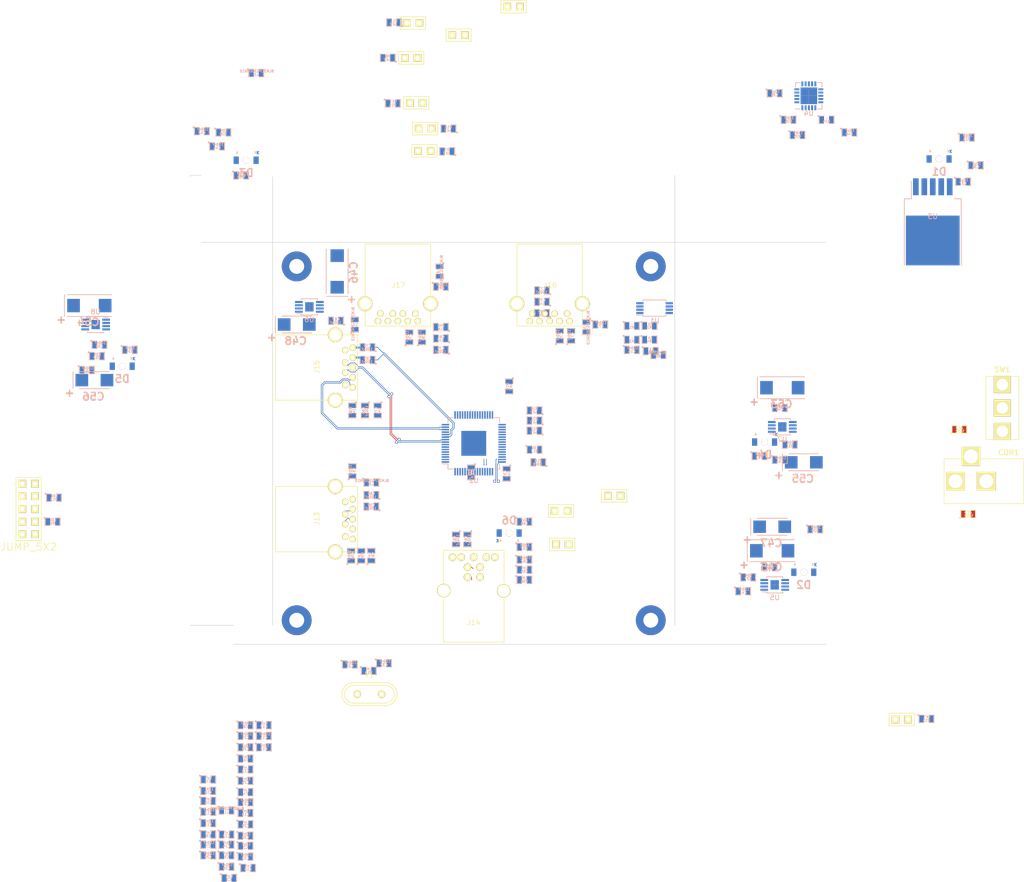
<source format=kicad_pcb>
(kicad_pcb (version 4) (host pcbnew "(2015-05-13 BZR 5653)-product")
  (layers (0 F.Cu signal) (31 B.Cu signal) (34 B.Paste user) (35 F.Paste user) (36 B.SilkS user) (37 F.SilkS user) (38 B.Mask user) (39 F.Mask user) (44 Edge.Cuts user))
  (net 0 "")
  (net 1 /IO3V3)
  (net 2 GND)
  (net 3 /IO1V1)
  (net 4 "Net-(C10-Pad2)")
  (net 5 +3V3)
  (net 6 "Net-(C31-Pad1)")
  (net 7 "Net-(C32-Pad1)")
  (net 8 "Net-(C34-Pad1)")
  (net 9 "Net-(C35-Pad1)")
  (net 10 +5V)
  (net 11 "Net-(C38-Pad1)")
  (net 12 +1V1)
  (net 13 "/DOWNSTREAM PORT POWER SWITCHES/OVERCUR1Z_TDI")
  (net 14 "/DOWNSTREAM PORT POWER SWITCHES/OVERCUR2Z_TMS")
  (net 15 "/DOWNSTREAM PORT POWER SWITCHES/OVERCUR3Z_TCK")
  (net 16 "/DOWNSTREAM PORT POWER SWITCHES/OVERCUR4Z")
  (net 17 "Net-(C57-Pad1)")
  (net 18 "Net-(C58-Pad1)")
  (net 19 "Net-(C62-Pad1)")
  (net 20 /USBPORT/USB_VBUS_UP)
  (net 21 "Net-(C67-Pad1)")
  (net 22 "Net-(C68-Pad1)")
  (net 23 "Net-(C72-Pad1)")
  (net 24 "Net-(C73-Pad1)")
  (net 25 "Net-(C74-Pad1)")
  (net 26 "Net-(C75-Pad1)")
  (net 27 "Net-(D1-Pad2)")
  (net 28 "Net-(D2-Pad1)")
  (net 29 "Net-(D3-Pad1)")
  (net 30 "Net-(D4-Pad1)")
  (net 31 "Net-(D5-Pad1)")
  (net 32 "Net-(D6-Pad1)")
  (net 33 /TEST_TRSTZ)
  (net 34 /PWRCTL_POL_TDO)
  (net 35 /GANGED_SMBA2_SH_UP)
  (net 36 /FULLPWRMGMTZ_SMBA1)
  (net 37 /SMBUSZ_SS_SUS)
  (net 38 /AUTOENZ_HS_SUS)
  (net 39 "Net-(J12-Pad1)")
  (net 40 /SCL)
  (net 41 /SDA)
  (net 42 "Net-(R1-Pad2)")
  (net 43 "Net-(R3-Pad2)")
  (net 44 "Net-(R5-Pad2)")
  (net 45 "Net-(R16-Pad1)")
  (net 46 "Net-(R17-Pad1)")
  (net 47 "Net-(R19-Pad1)")
  (net 48 "Net-(R24-Pad1)")
  (net 49 "Net-(R25-Pad2)")
  (net 50 "/DOWNSTREAM PORT POWER SWITCHES/DN1_VBUS")
  (net 51 "/DOWNSTREAM PORT POWER SWITCHES/DN2_VBUS")
  (net 52 "/DOWNSTREAM PORT POWER SWITCHES/DN3_VBUS")
  (net 53 "/DOWNSTREAM PORT POWER SWITCHES/DN4_VBUS")
  (net 54 "Net-(C63-Pad2)")
  (net 55 "Net-(C59-Pad2)")
  (net 56 "Net-(C60-Pad2)")
  (net 57 "Net-(C64-Pad2)")
  (net 58 "Net-(C69-Pad2)")
  (net 59 "Net-(C70-Pad2)")
  (net 60 "Net-(C76-Pad2)")
  (net 61 "Net-(C77-Pad2)")
  (net 62 "Net-(C79-Pad2)")
  (net 63 "Net-(C80-Pad2)")
  (net 64 /USBPORT/USB_SSTXM_DN1+)
  (net 65 /USBPORT/USB_SSTXM_DN1-)
  (net 66 /USBPORT/USB_SSTXM_UP+)
  (net 67 /USBPORT/USB_SSTXM_UP-)
  (net 68 /USBPORT/USB_SSTXM_DN2+)
  (net 69 /USBPORT/USB_SSTXM_DN2-)
  (net 70 /USBPORT/USB_SSTXM_DN4+)
  (net 71 /USBPORT/USB_SSTXM_DN4-)
  (net 72 /USBPORT/USB_SSTXM_DN3+)
  (net 73 /USBPORT/USB_SSTXM_DN3-)
  (net 74 /USBPORT/USB_SSRXM_DN1-)
  (net 75 /USBPORT/USB_SSRXM_DN1+)
  (net 76 /USBPORT/USB_DM_DN1-)
  (net 77 /USBPORT/USB_DM_DN1+)
  (net 78 /USBPORT/USB_SSRXM_UP+)
  (net 79 /USBPORT/USB_SSRXM_UP-)
  (net 80 /USBPORT/USB_DM_UP+)
  (net 81 /USBPORT/USB_DM_UP-)
  (net 82 /USBPORT/USB_SSRXM_DN2-)
  (net 83 /USBPORT/USB_SSRXM_DN2+)
  (net 84 /USBPORT/USB_DM_DN2-)
  (net 85 /USBPORT/USB_DM_DN2+)
  (net 86 /USBPORT/USB_SSRXM_DN4-)
  (net 87 /USBPORT/USB_SSRXM_DN4+)
  (net 88 /USBPORT/USB_DM_DN4-)
  (net 89 /USBPORT/USB_DM_DN4+)
  (net 90 /USBPORT/USB_SSRXM_DN3-)
  (net 91 /USBPORT/USB_SSRXM_DN3+)
  (net 92 /USBPORT/USB_DM_DN3-)
  (net 93 /USBPORT/USB_DM_DN3+)
  (net 94 "/DOWNSTREAM PORT POWER SWITCHES/PWRON4_BATEN4")
  (net 95 "/DOWNSTREAM PORT POWER SWITCHES/PWRON3_BATEN3")
  (net 96 "/DOWNSTREAM PORT POWER SWITCHES/PWRON2_BATEN2")
  (net 97 "/DOWNSTREAM PORT POWER SWITCHES/PWRON1_BATEN1")
  (net 98 "Net-(C50-Pad1)")
  (module Mlab_R:SMD-0805 (layer B.Cu) (at -12.7 26.924)
    (fp_text reference C1 (at 0 0.3175) (layer B.SilkS) (effects (font (size 0.50038 0.50038) (thickness 0.10922)) (justify mirror)))
    (fp_text value 1uF (at 0.127 -0.381) (layer B.SilkS) (effects (font (size 0.50038 0.50038) (thickness 0.10922)) (justify mirror)))
    (pad 1 smd rect (at -0.9525 0) (size 0.889 1.397) (layers B.Cu B.Paste B.Mask) (net 1 /IO3V3))
    (pad 2 smd rect (at 0.9525 0) (size 0.889 1.397) (layers B.Cu B.Paste B.Mask) (net 2 GND))
  )
  (module Mlab_R:SMD-0805 (layer B.Cu) (at -5.207 40.259)
    (fp_text reference C2 (at 0 0.3175) (layer B.SilkS) (effects (font (size 0.50038 0.50038) (thickness 0.10922)) (justify mirror)))
    (fp_text value 10uF (at 0.127 -0.381) (layer B.SilkS) (effects (font (size 0.50038 0.50038) (thickness 0.10922)) (justify mirror)))
    (pad 1 smd rect (at -0.9525 0) (size 0.889 1.397) (layers B.Cu B.Paste B.Mask) (net 3 /IO1V1))
    (pad 2 smd rect (at 0.9525 0) (size 0.889 1.397) (layers B.Cu B.Paste B.Mask) (net 4 "Net-(C10-Pad2)"))
  )
  (module Mlab_R:SMD-0805 (layer B.Cu) (at -8.509 46.736)
    (fp_text reference C3 (at 0 0.3175) (layer B.SilkS) (effects (font (size 0.50038 0.50038) (thickness 0.10922)) (justify mirror)))
    (fp_text value 1nF (at 0.127 -0.381) (layer B.SilkS) (effects (font (size 0.50038 0.50038) (thickness 0.10922)) (justify mirror)))
    (pad 1 smd rect (at -0.9525 0) (size 0.889 1.397) (layers B.Cu B.Paste B.Mask) (net 1 /IO3V3))
    (pad 2 smd rect (at 0.9525 0) (size 0.889 1.397) (layers B.Cu B.Paste B.Mask) (net 2 GND))
  )
  (module Mlab_R:SMD-0805 (layer B.Cu) (at -5.207 29.464)
    (fp_text reference C4 (at 0 0.3175) (layer B.SilkS) (effects (font (size 0.50038 0.50038) (thickness 0.10922)) (justify mirror)))
    (fp_text value 1nF (at 0.127 -0.381) (layer B.SilkS) (effects (font (size 0.50038 0.50038) (thickness 0.10922)) (justify mirror)))
    (pad 1 smd rect (at -0.9525 0) (size 0.889 1.397) (layers B.Cu B.Paste B.Mask) (net 3 /IO1V1))
    (pad 2 smd rect (at 0.9525 0) (size 0.889 1.397) (layers B.Cu B.Paste B.Mask) (net 4 "Net-(C10-Pad2)"))
  )
  (module Mlab_R:SMD-0805 (layer B.Cu) (at -9.017 42.164)
    (fp_text reference C5 (at 0 0.3175) (layer B.SilkS) (effects (font (size 0.50038 0.50038) (thickness 0.10922)) (justify mirror)))
    (fp_text value 10nF (at 0.127 -0.381) (layer B.SilkS) (effects (font (size 0.50038 0.50038) (thickness 0.10922)) (justify mirror)))
    (pad 1 smd rect (at -0.9525 0) (size 0.889 1.397) (layers B.Cu B.Paste B.Mask) (net 1 /IO3V3))
    (pad 2 smd rect (at 0.9525 0) (size 0.889 1.397) (layers B.Cu B.Paste B.Mask) (net 2 GND))
  )
  (module Mlab_R:SMD-0805 (layer B.Cu) (at -5.207 22.733)
    (fp_text reference C6 (at 0 0.3175) (layer B.SilkS) (effects (font (size 0.50038 0.50038) (thickness 0.10922)) (justify mirror)))
    (fp_text value 10nF (at 0.127 -0.381) (layer B.SilkS) (effects (font (size 0.50038 0.50038) (thickness 0.10922)) (justify mirror)))
    (pad 1 smd rect (at -0.9525 0) (size 0.889 1.397) (layers B.Cu B.Paste B.Mask) (net 3 /IO1V1))
    (pad 2 smd rect (at 0.9525 0) (size 0.889 1.397) (layers B.Cu B.Paste B.Mask) (net 4 "Net-(C10-Pad2)"))
  )
  (module Mlab_R:SMD-0805 (layer B.Cu) (at -12.7 40.005)
    (fp_text reference C7 (at 0 0.3175) (layer B.SilkS) (effects (font (size 0.50038 0.50038) (thickness 0.10922)) (justify mirror)))
    (fp_text value 100nF (at 0.127 -0.381) (layer B.SilkS) (effects (font (size 0.50038 0.50038) (thickness 0.10922)) (justify mirror)))
    (pad 1 smd rect (at -0.9525 0) (size 0.889 1.397) (layers B.Cu B.Paste B.Mask) (net 1 /IO3V3))
    (pad 2 smd rect (at 0.9525 0) (size 0.889 1.397) (layers B.Cu B.Paste B.Mask) (net 2 GND))
  )
  (module Mlab_R:SMD-0805 (layer B.Cu) (at -5.207 16.002)
    (fp_text reference C8 (at 0 0.3175) (layer B.SilkS) (effects (font (size 0.50038 0.50038) (thickness 0.10922)) (justify mirror)))
    (fp_text value 100nF (at 0.127 -0.381) (layer B.SilkS) (effects (font (size 0.50038 0.50038) (thickness 0.10922)) (justify mirror)))
    (pad 1 smd rect (at -0.9525 0) (size 0.889 1.397) (layers B.Cu B.Paste B.Mask) (net 3 /IO1V1))
    (pad 2 smd rect (at 0.9525 0) (size 0.889 1.397) (layers B.Cu B.Paste B.Mask) (net 4 "Net-(C10-Pad2)"))
  )
  (module Mlab_R:SMD-0805 (layer B.Cu) (at -12.7 37.973)
    (fp_text reference C9 (at 0 0.3175) (layer B.SilkS) (effects (font (size 0.50038 0.50038) (thickness 0.10922)) (justify mirror)))
    (fp_text value 1nF (at 0.127 -0.381) (layer B.SilkS) (effects (font (size 0.50038 0.50038) (thickness 0.10922)) (justify mirror)))
    (pad 1 smd rect (at -0.9525 0) (size 0.889 1.397) (layers B.Cu B.Paste B.Mask) (net 1 /IO3V3))
    (pad 2 smd rect (at 0.9525 0) (size 0.889 1.397) (layers B.Cu B.Paste B.Mask) (net 2 GND))
  )
  (module Mlab_R:SMD-0805 (layer B.Cu) (at -4.699 44.704)
    (fp_text reference C10 (at 0 0.3175) (layer B.SilkS) (effects (font (size 0.50038 0.50038) (thickness 0.10922)) (justify mirror)))
    (fp_text value 1nF (at 0.127 -0.381) (layer B.SilkS) (effects (font (size 0.50038 0.50038) (thickness 0.10922)) (justify mirror)))
    (pad 1 smd rect (at -0.9525 0) (size 0.889 1.397) (layers B.Cu B.Paste B.Mask) (net 3 /IO1V1))
    (pad 2 smd rect (at 0.9525 0) (size 0.889 1.397) (layers B.Cu B.Paste B.Mask) (net 4 "Net-(C10-Pad2)"))
  )
  (module Mlab_R:SMD-0805 (layer B.Cu) (at -12.7 35.687)
    (fp_text reference C11 (at 0 0.3175) (layer B.SilkS) (effects (font (size 0.50038 0.50038) (thickness 0.10922)) (justify mirror)))
    (fp_text value 10nF (at 0.127 -0.381) (layer B.SilkS) (effects (font (size 0.50038 0.50038) (thickness 0.10922)) (justify mirror)))
    (pad 1 smd rect (at -0.9525 0) (size 0.889 1.397) (layers B.Cu B.Paste B.Mask) (net 1 /IO3V3))
    (pad 2 smd rect (at 0.9525 0) (size 0.889 1.397) (layers B.Cu B.Paste B.Mask) (net 2 GND))
  )
  (module Mlab_R:SMD-0805 (layer B.Cu) (at -1.524 20.447)
    (fp_text reference C12 (at 0 0.3175) (layer B.SilkS) (effects (font (size 0.50038 0.50038) (thickness 0.10922)) (justify mirror)))
    (fp_text value 10nF (at 0.127 -0.381) (layer B.SilkS) (effects (font (size 0.50038 0.50038) (thickness 0.10922)) (justify mirror)))
    (pad 1 smd rect (at -0.9525 0) (size 0.889 1.397) (layers B.Cu B.Paste B.Mask) (net 3 /IO1V1))
    (pad 2 smd rect (at 0.9525 0) (size 0.889 1.397) (layers B.Cu B.Paste B.Mask) (net 4 "Net-(C10-Pad2)"))
  )
  (module Mlab_R:SMD-0805 (layer B.Cu) (at -12.7 33.401)
    (fp_text reference C13 (at 0 0.3175) (layer B.SilkS) (effects (font (size 0.50038 0.50038) (thickness 0.10922)) (justify mirror)))
    (fp_text value 100nF (at 0.127 -0.381) (layer B.SilkS) (effects (font (size 0.50038 0.50038) (thickness 0.10922)) (justify mirror)))
    (pad 1 smd rect (at -0.9525 0) (size 0.889 1.397) (layers B.Cu B.Paste B.Mask) (net 1 /IO3V3))
    (pad 2 smd rect (at 0.9525 0) (size 0.889 1.397) (layers B.Cu B.Paste B.Mask) (net 2 GND))
  )
  (module Mlab_R:SMD-0805 (layer B.Cu) (at -1.524 18.161)
    (fp_text reference C14 (at 0 0.3175) (layer B.SilkS) (effects (font (size 0.50038 0.50038) (thickness 0.10922)) (justify mirror)))
    (fp_text value 100nF (at 0.127 -0.381) (layer B.SilkS) (effects (font (size 0.50038 0.50038) (thickness 0.10922)) (justify mirror)))
    (pad 1 smd rect (at -0.9525 0) (size 0.889 1.397) (layers B.Cu B.Paste B.Mask) (net 3 /IO1V1))
    (pad 2 smd rect (at 0.9525 0) (size 0.889 1.397) (layers B.Cu B.Paste B.Mask) (net 4 "Net-(C10-Pad2)"))
  )
  (module Mlab_R:SMD-0805 (layer B.Cu) (at 72.39 -59.436)
    (fp_text reference C15 (at 0 0.3175) (layer B.SilkS) (effects (font (size 0.50038 0.50038) (thickness 0.10922)) (justify mirror)))
    (fp_text value 100nF (at 0.127 -0.381) (layer B.SilkS) (effects (font (size 0.50038 0.50038) (thickness 0.10922)) (justify mirror)))
    (pad 1 smd rect (at -0.9525 0) (size 0.889 1.397) (layers B.Cu B.Paste B.Mask) (net 5 +3V3))
    (pad 2 smd rect (at 0.9525 0) (size 0.889 1.397) (layers B.Cu B.Paste B.Mask) (net 2 GND))
  )
  (module Mlab_R:SMD-0805 (layer B.Cu) (at -12.7 31.242)
    (fp_text reference C16 (at 0 0.3175) (layer B.SilkS) (effects (font (size 0.50038 0.50038) (thickness 0.10922)) (justify mirror)))
    (fp_text value 1nF (at 0.127 -0.381) (layer B.SilkS) (effects (font (size 0.50038 0.50038) (thickness 0.10922)) (justify mirror)))
    (pad 1 smd rect (at -0.9525 0) (size 0.889 1.397) (layers B.Cu B.Paste B.Mask) (net 1 /IO3V3))
    (pad 2 smd rect (at 0.9525 0) (size 0.889 1.397) (layers B.Cu B.Paste B.Mask) (net 2 GND))
  )
  (module Mlab_R:SMD-0805 (layer B.Cu) (at -1.524 16.002)
    (fp_text reference C17 (at 0 0.3175) (layer B.SilkS) (effects (font (size 0.50038 0.50038) (thickness 0.10922)) (justify mirror)))
    (fp_text value 1nF (at 0.127 -0.381) (layer B.SilkS) (effects (font (size 0.50038 0.50038) (thickness 0.10922)) (justify mirror)))
    (pad 1 smd rect (at -0.9525 0) (size 0.889 1.397) (layers B.Cu B.Paste B.Mask) (net 3 /IO1V1))
    (pad 2 smd rect (at 0.9525 0) (size 0.889 1.397) (layers B.Cu B.Paste B.Mask) (net 4 "Net-(C10-Pad2)"))
  )
  (module Mlab_R:SMD-0805 (layer B.Cu) (at -12.7 29.21)
    (fp_text reference C18 (at 0 0.3175) (layer B.SilkS) (effects (font (size 0.50038 0.50038) (thickness 0.10922)) (justify mirror)))
    (fp_text value 10nF (at 0.127 -0.381) (layer B.SilkS) (effects (font (size 0.50038 0.50038) (thickness 0.10922)) (justify mirror)))
    (pad 1 smd rect (at -0.9525 0) (size 0.889 1.397) (layers B.Cu B.Paste B.Mask) (net 1 /IO3V3))
    (pad 2 smd rect (at 0.9525 0) (size 0.889 1.397) (layers B.Cu B.Paste B.Mask) (net 2 GND))
  )
  (module Mlab_R:SMD-0805 (layer B.Cu) (at -5.207 33.655)
    (fp_text reference C19 (at 0 0.3175) (layer B.SilkS) (effects (font (size 0.50038 0.50038) (thickness 0.10922)) (justify mirror)))
    (fp_text value 10nF (at 0.127 -0.381) (layer B.SilkS) (effects (font (size 0.50038 0.50038) (thickness 0.10922)) (justify mirror)))
    (pad 1 smd rect (at -0.9525 0) (size 0.889 1.397) (layers B.Cu B.Paste B.Mask) (net 3 /IO1V1))
    (pad 2 smd rect (at 0.9525 0) (size 0.889 1.397) (layers B.Cu B.Paste B.Mask) (net 4 "Net-(C10-Pad2)"))
  )
  (module Mlab_R:SMD-0805 (layer B.Cu) (at -12.7 42.164)
    (fp_text reference C20 (at 0 0.3175) (layer B.SilkS) (effects (font (size 0.50038 0.50038) (thickness 0.10922)) (justify mirror)))
    (fp_text value 100nF (at 0.127 -0.381) (layer B.SilkS) (effects (font (size 0.50038 0.50038) (thickness 0.10922)) (justify mirror)))
    (pad 1 smd rect (at -0.9525 0) (size 0.889 1.397) (layers B.Cu B.Paste B.Mask) (net 1 /IO3V3))
    (pad 2 smd rect (at 0.9525 0) (size 0.889 1.397) (layers B.Cu B.Paste B.Mask) (net 2 GND))
  )
  (module Mlab_R:SMD-0805 (layer B.Cu) (at -5.207 18.161)
    (fp_text reference C21 (at 0 0.3175) (layer B.SilkS) (effects (font (size 0.50038 0.50038) (thickness 0.10922)) (justify mirror)))
    (fp_text value 100nF (at 0.127 -0.381) (layer B.SilkS) (effects (font (size 0.50038 0.50038) (thickness 0.10922)) (justify mirror)))
    (pad 1 smd rect (at -0.9525 0) (size 0.889 1.397) (layers B.Cu B.Paste B.Mask) (net 3 /IO1V1))
    (pad 2 smd rect (at 0.9525 0) (size 0.889 1.397) (layers B.Cu B.Paste B.Mask) (net 4 "Net-(C10-Pad2)"))
  )
  (module Mlab_R:SMD-0805 (layer B.Cu) (at -9.017 37.973)
    (fp_text reference C22 (at 0 0.3175) (layer B.SilkS) (effects (font (size 0.50038 0.50038) (thickness 0.10922)) (justify mirror)))
    (fp_text value 1nF (at 0.127 -0.381) (layer B.SilkS) (effects (font (size 0.50038 0.50038) (thickness 0.10922)) (justify mirror)))
    (pad 1 smd rect (at -0.9525 0) (size 0.889 1.397) (layers B.Cu B.Paste B.Mask) (net 1 /IO3V3))
    (pad 2 smd rect (at 0.9525 0) (size 0.889 1.397) (layers B.Cu B.Paste B.Mask) (net 2 GND))
  )
  (module Mlab_R:SMD-0805 (layer B.Cu) (at -5.207 24.892)
    (fp_text reference C23 (at 0 0.3175) (layer B.SilkS) (effects (font (size 0.50038 0.50038) (thickness 0.10922)) (justify mirror)))
    (fp_text value 1nF (at 0.127 -0.381) (layer B.SilkS) (effects (font (size 0.50038 0.50038) (thickness 0.10922)) (justify mirror)))
    (pad 1 smd rect (at -0.9525 0) (size 0.889 1.397) (layers B.Cu B.Paste B.Mask) (net 3 /IO1V1))
    (pad 2 smd rect (at 0.9525 0) (size 0.889 1.397) (layers B.Cu B.Paste B.Mask) (net 4 "Net-(C10-Pad2)"))
  )
  (module Mlab_R:SMD-0805 (layer B.Cu) (at -9.017 40.005)
    (fp_text reference C24 (at 0 0.3175) (layer B.SilkS) (effects (font (size 0.50038 0.50038) (thickness 0.10922)) (justify mirror)))
    (fp_text value 10nF (at 0.127 -0.381) (layer B.SilkS) (effects (font (size 0.50038 0.50038) (thickness 0.10922)) (justify mirror)))
    (pad 1 smd rect (at -0.9525 0) (size 0.889 1.397) (layers B.Cu B.Paste B.Mask) (net 1 /IO3V3))
    (pad 2 smd rect (at 0.9525 0) (size 0.889 1.397) (layers B.Cu B.Paste B.Mask) (net 2 GND))
  )
  (module Mlab_R:SMD-0805 (layer B.Cu) (at -5.207 27.178)
    (fp_text reference C25 (at 0 0.3175) (layer B.SilkS) (effects (font (size 0.50038 0.50038) (thickness 0.10922)) (justify mirror)))
    (fp_text value 10nF (at 0.127 -0.381) (layer B.SilkS) (effects (font (size 0.50038 0.50038) (thickness 0.10922)) (justify mirror)))
    (pad 1 smd rect (at -0.9525 0) (size 0.889 1.397) (layers B.Cu B.Paste B.Mask) (net 3 /IO1V1))
    (pad 2 smd rect (at 0.9525 0) (size 0.889 1.397) (layers B.Cu B.Paste B.Mask) (net 4 "Net-(C10-Pad2)"))
  )
  (module Mlab_R:SMD-0805 (layer B.Cu) (at -9.017 44.45)
    (fp_text reference C26 (at 0 0.3175) (layer B.SilkS) (effects (font (size 0.50038 0.50038) (thickness 0.10922)) (justify mirror)))
    (fp_text value 100nF (at 0.127 -0.381) (layer B.SilkS) (effects (font (size 0.50038 0.50038) (thickness 0.10922)) (justify mirror)))
    (pad 1 smd rect (at -0.9525 0) (size 0.889 1.397) (layers B.Cu B.Paste B.Mask) (net 1 /IO3V3))
    (pad 2 smd rect (at 0.9525 0) (size 0.889 1.397) (layers B.Cu B.Paste B.Mask) (net 2 GND))
  )
  (module Mlab_R:SMD-0805 (layer B.Cu) (at -5.207 31.496)
    (fp_text reference C27 (at 0 0.3175) (layer B.SilkS) (effects (font (size 0.50038 0.50038) (thickness 0.10922)) (justify mirror)))
    (fp_text value 100nF (at 0.127 -0.381) (layer B.SilkS) (effects (font (size 0.50038 0.50038) (thickness 0.10922)) (justify mirror)))
    (pad 1 smd rect (at -0.9525 0) (size 0.889 1.397) (layers B.Cu B.Paste B.Mask) (net 3 /IO1V1))
    (pad 2 smd rect (at 0.9525 0) (size 0.889 1.397) (layers B.Cu B.Paste B.Mask) (net 4 "Net-(C10-Pad2)"))
  )
  (module Mlab_R:SMD-0805 (layer B.Cu) (at -5.207 20.447)
    (fp_text reference C28 (at 0 0.3175) (layer B.SilkS) (effects (font (size 0.50038 0.50038) (thickness 0.10922)) (justify mirror)))
    (fp_text value 10uF (at 0.127 -0.381) (layer B.SilkS) (effects (font (size 0.50038 0.50038) (thickness 0.10922)) (justify mirror)))
    (pad 1 smd rect (at -0.9525 0) (size 0.889 1.397) (layers B.Cu B.Paste B.Mask) (net 3 /IO1V1))
    (pad 2 smd rect (at 0.9525 0) (size 0.889 1.397) (layers B.Cu B.Paste B.Mask) (net 4 "Net-(C10-Pad2)"))
  )
  (module Mlab_R:SMD-0805 (layer B.Cu) (at -5.207 35.941)
    (fp_text reference C29 (at 0 0.3175) (layer B.SilkS) (effects (font (size 0.50038 0.50038) (thickness 0.10922)) (justify mirror)))
    (fp_text value 1nF (at 0.127 -0.381) (layer B.SilkS) (effects (font (size 0.50038 0.50038) (thickness 0.10922)) (justify mirror)))
    (pad 1 smd rect (at -0.9525 0) (size 0.889 1.397) (layers B.Cu B.Paste B.Mask) (net 3 /IO1V1))
    (pad 2 smd rect (at 0.9525 0) (size 0.889 1.397) (layers B.Cu B.Paste B.Mask) (net 4 "Net-(C10-Pad2)"))
  )
  (module Mlab_R:SMD-0805 (layer B.Cu) (at -5.207 38.227)
    (fp_text reference C30 (at 0 0.3175) (layer B.SilkS) (effects (font (size 0.50038 0.50038) (thickness 0.10922)) (justify mirror)))
    (fp_text value 10nF (at 0.127 -0.381) (layer B.SilkS) (effects (font (size 0.50038 0.50038) (thickness 0.10922)) (justify mirror)))
    (pad 1 smd rect (at -0.9525 0) (size 0.889 1.397) (layers B.Cu B.Paste B.Mask) (net 3 /IO1V1))
    (pad 2 smd rect (at 0.9525 0) (size 0.889 1.397) (layers B.Cu B.Paste B.Mask) (net 4 "Net-(C10-Pad2)"))
  )
  (module Mlab_R:SMD-0805 (layer B.Cu) (at 15.748 3.81)
    (fp_text reference C31 (at 0 0.3175) (layer B.SilkS) (effects (font (size 0.50038 0.50038) (thickness 0.10922)) (justify mirror)))
    (fp_text value 100nF (at 0.127 -0.381) (layer B.SilkS) (effects (font (size 0.50038 0.50038) (thickness 0.10922)) (justify mirror)))
    (pad 1 smd rect (at -0.9525 0) (size 0.889 1.397) (layers B.Cu B.Paste B.Mask) (net 6 "Net-(C31-Pad1)"))
    (pad 2 smd rect (at 0.9525 0) (size 0.889 1.397) (layers B.Cu B.Paste B.Mask) (net 2 GND))
  )
  (module Mlab_R:SMD-0805 (layer B.Cu) (at 22.606 3.556)
    (fp_text reference C32 (at 0 0.3175) (layer B.SilkS) (effects (font (size 0.50038 0.50038) (thickness 0.10922)) (justify mirror)))
    (fp_text value 100nF (at 0.127 -0.381) (layer B.SilkS) (effects (font (size 0.50038 0.50038) (thickness 0.10922)) (justify mirror)))
    (pad 1 smd rect (at -0.9525 0) (size 0.889 1.397) (layers B.Cu B.Paste B.Mask) (net 7 "Net-(C32-Pad1)"))
    (pad 2 smd rect (at 0.9525 0) (size 0.889 1.397) (layers B.Cu B.Paste B.Mask) (net 2 GND))
  )
  (module Mlab_R:SMD-0805 (layer B.Cu) (at -5.207 42.418)
    (fp_text reference C33 (at 0 0.3175) (layer B.SilkS) (effects (font (size 0.50038 0.50038) (thickness 0.10922)) (justify mirror)))
    (fp_text value 100nF (at 0.127 -0.381) (layer B.SilkS) (effects (font (size 0.50038 0.50038) (thickness 0.10922)) (justify mirror)))
    (pad 1 smd rect (at -0.9525 0) (size 0.889 1.397) (layers B.Cu B.Paste B.Mask) (net 3 /IO1V1))
    (pad 2 smd rect (at 0.9525 0) (size 0.889 1.397) (layers B.Cu B.Paste B.Mask) (net 4 "Net-(C10-Pad2)"))
  )
  (module Mlab_R:SMD-0805 (layer B.Cu) (at 47.244 -34.544 270)
    (fp_text reference C34 (at 0 0.3175 270) (layer B.SilkS) (effects (font (size 0.50038 0.50038) (thickness 0.10922)) (justify mirror)))
    (fp_text value 1uF (at 0.127 -0.381 270) (layer B.SilkS) (effects (font (size 0.50038 0.50038) (thickness 0.10922)) (justify mirror)))
    (pad 1 smd rect (at -0.9525 0 270) (size 0.889 1.397) (layers B.Cu B.Paste B.Mask) (net 8 "Net-(C34-Pad1)"))
    (pad 2 smd rect (at 0.9525 0 270) (size 0.889 1.397) (layers B.Cu B.Paste B.Mask) (net 2 GND))
  )
  (module Mlab_R:SMD-0805 (layer F.Cu) (at 139.954 -26.416)
    (fp_text reference C35 (at 0 -0.3175) (layer F.SilkS) (effects (font (size 0.50038 0.50038) (thickness 0.10922))))
    (fp_text value 10uF (at 0.127 0.381) (layer F.SilkS) (effects (font (size 0.50038 0.50038) (thickness 0.10922))))
    (pad 1 smd rect (at -0.9525 0) (size 0.889 1.397) (layers F.Cu F.Paste F.Mask) (net 9 "Net-(C35-Pad1)"))
    (pad 2 smd rect (at 0.9525 0) (size 0.889 1.397) (layers F.Cu F.Paste F.Mask) (net 2 GND))
  )
  (module Mlab_R:SMD-0805 (layer F.Cu) (at 138.176 -43.434)
    (fp_text reference C36 (at 0 -0.3175) (layer F.SilkS) (effects (font (size 0.50038 0.50038) (thickness 0.10922))))
    (fp_text value 10uF (at 0.127 0.381) (layer F.SilkS) (effects (font (size 0.50038 0.50038) (thickness 0.10922))))
    (pad 1 smd rect (at -0.9525 0) (size 0.889 1.397) (layers F.Cu F.Paste F.Mask) (net 10 +5V))
    (pad 2 smd rect (at 0.9525 0) (size 0.889 1.397) (layers F.Cu F.Paste F.Mask) (net 2 GND))
  )
  (module Mlab_R:SMD-0805 (layer B.Cu) (at 138.938 -93.218)
    (fp_text reference C37 (at 0 0.3175) (layer B.SilkS) (effects (font (size 0.50038 0.50038) (thickness 0.10922)) (justify mirror)))
    (fp_text value 10uF (at 0.127 -0.381) (layer B.SilkS) (effects (font (size 0.50038 0.50038) (thickness 0.10922)) (justify mirror)))
    (pad 1 smd rect (at -0.9525 0) (size 0.889 1.397) (layers B.Cu B.Paste B.Mask) (net 10 +5V))
    (pad 2 smd rect (at 0.9525 0) (size 0.889 1.397) (layers B.Cu B.Paste B.Mask) (net 2 GND))
  )
  (module Mlab_R:SMD-0805 (layer B.Cu) (at 141.478 -96.52)
    (fp_text reference C38 (at 0 0.3175) (layer B.SilkS) (effects (font (size 0.50038 0.50038) (thickness 0.10922)) (justify mirror)))
    (fp_text value 10uF (at 0.127 -0.381) (layer B.SilkS) (effects (font (size 0.50038 0.50038) (thickness 0.10922)) (justify mirror)))
    (pad 1 smd rect (at -0.9525 0) (size 0.889 1.397) (layers B.Cu B.Paste B.Mask) (net 11 "Net-(C38-Pad1)"))
    (pad 2 smd rect (at 0.9525 0) (size 0.889 1.397) (layers B.Cu B.Paste B.Mask) (net 2 GND))
  )
  (module Mlab_R:SMD-0805 (layer B.Cu) (at 101.092 -110.998)
    (fp_text reference C39 (at 0 0.3175) (layer B.SilkS) (effects (font (size 0.50038 0.50038) (thickness 0.10922)) (justify mirror)))
    (fp_text value 10uF (at 0.127 -0.381) (layer B.SilkS) (effects (font (size 0.50038 0.50038) (thickness 0.10922)) (justify mirror)))
    (pad 1 smd rect (at -0.9525 0) (size 0.889 1.397) (layers B.Cu B.Paste B.Mask) (net 5 +3V3))
    (pad 2 smd rect (at 0.9525 0) (size 0.889 1.397) (layers B.Cu B.Paste B.Mask) (net 2 GND))
  )
  (module Mlab_R:SMD-0805 (layer B.Cu) (at 116.078 -103.124)
    (fp_text reference C40 (at 0 0.3175) (layer B.SilkS) (effects (font (size 0.50038 0.50038) (thickness 0.10922)) (justify mirror)))
    (fp_text value 10uF (at 0.127 -0.381) (layer B.SilkS) (effects (font (size 0.50038 0.50038) (thickness 0.10922)) (justify mirror)))
    (pad 1 smd rect (at -0.9525 0) (size 0.889 1.397) (layers B.Cu B.Paste B.Mask) (net 12 +1V1))
    (pad 2 smd rect (at 0.9525 0) (size 0.889 1.397) (layers B.Cu B.Paste B.Mask) (net 2 GND))
  )
  (module Mlab_R:SMD-0805 (layer B.Cu) (at 94.742 -10.922)
    (fp_text reference C41 (at 0 0.3175) (layer B.SilkS) (effects (font (size 0.50038 0.50038) (thickness 0.10922)) (justify mirror)))
    (fp_text value 100nF (at 0.127 -0.381) (layer B.SilkS) (effects (font (size 0.50038 0.50038) (thickness 0.10922)) (justify mirror)))
    (pad 1 smd rect (at -0.9525 0) (size 0.889 1.397) (layers B.Cu B.Paste B.Mask) (net 10 +5V))
    (pad 2 smd rect (at 0.9525 0) (size 0.889 1.397) (layers B.Cu B.Paste B.Mask) (net 2 GND))
  )
  (module Mlab_R:SMD-0805 (layer B.Cu) (at -13.97 -103.378)
    (fp_text reference C42 (at 0 0.3175) (layer B.SilkS) (effects (font (size 0.50038 0.50038) (thickness 0.10922)) (justify mirror)))
    (fp_text value 100nF (at 0.127 -0.381) (layer B.SilkS) (effects (font (size 0.50038 0.50038) (thickness 0.10922)) (justify mirror)))
    (pad 1 smd rect (at -0.9525 0) (size 0.889 1.397) (layers B.Cu B.Paste B.Mask) (net 10 +5V))
    (pad 2 smd rect (at 0.9525 0) (size 0.889 1.397) (layers B.Cu B.Paste B.Mask) (net 2 GND))
  )
  (module Mlab_R:SMD-0805 (layer B.Cu) (at 100.076 -15.748)
    (fp_text reference C43 (at 0 0.3175) (layer B.SilkS) (effects (font (size 0.50038 0.50038) (thickness 0.10922)) (justify mirror)))
    (fp_text value 100nF (at 0.127 -0.381) (layer B.SilkS) (effects (font (size 0.50038 0.50038) (thickness 0.10922)) (justify mirror)))
    (pad 1 smd rect (at -0.9525 0) (size 0.889 1.397) (layers B.Cu B.Paste B.Mask))
    (pad 2 smd rect (at 0.9525 0) (size 0.889 1.397) (layers B.Cu B.Paste B.Mask) (net 2 GND))
  )
  (module Mlab_R:SMD-0805 (layer B.Cu) (at -10.922 -100.33)
    (fp_text reference C44 (at 0 0.3175) (layer B.SilkS) (effects (font (size 0.50038 0.50038) (thickness 0.10922)) (justify mirror)))
    (fp_text value 100nF (at 0.127 -0.381) (layer B.SilkS) (effects (font (size 0.50038 0.50038) (thickness 0.10922)) (justify mirror)))
    (pad 1 smd rect (at -0.9525 0) (size 0.889 1.397) (layers B.Cu B.Paste B.Mask) (net 51 "/DOWNSTREAM PORT POWER SWITCHES/DN2_VBUS"))
    (pad 2 smd rect (at 0.9525 0) (size 0.889 1.397) (layers B.Cu B.Paste B.Mask) (net 2 GND))
  )
  (module Mlab_C:TantalC_SizeD_Reflow (layer B.Cu) (at 100.584 -19.05)
    (fp_text reference C45 (at -0.20066 3.29946) (layer B.SilkS) (effects (font (thickness 0.3048)) (justify mirror)))
    (fp_text value 100uF hide)
    (fp_text user + (at -5.6515 2.79908) (layer B.SilkS) (effects (font (thickness 0.3048)) (justify mirror)))
    (pad 2 smd rect (at 3.175 0) (size 2.55016 2.70002) (layers B.Cu B.Paste B.Mask) (net 2 GND))
    (pad 1 smd rect (at -3.175 0) (size 2.55016 2.70002) (layers B.Cu B.Paste B.Mask) (net 50 "/DOWNSTREAM PORT POWER SWITCHES/DN1_VBUS"))
  )
  (module Mlab_C:TantalC_SizeD_Reflow (layer B.Cu) (at 13.208 -75.184 90)
    (fp_text reference C46 (at -0.20066 3.29946 90) (layer B.SilkS) (effects (font (thickness 0.3048)) (justify mirror)))
    (fp_text value 100uF hide)
    (fp_text user + (at -5.6515 2.79908 90) (layer B.SilkS) (effects (font (thickness 0.3048)) (justify mirror)))
    (pad 2 smd rect (at 3.175 0 90) (size 2.55016 2.70002) (layers B.Cu B.Paste B.Mask) (net 2 GND))
    (pad 1 smd rect (at -3.175 0 90) (size 2.55016 2.70002) (layers B.Cu B.Paste B.Mask) (net 51 "/DOWNSTREAM PORT POWER SWITCHES/DN2_VBUS"))
  )
  (module Mlab_C:TantalC_SizeC_Reflow (layer B.Cu) (at 100.584 -23.876)
    (fp_text reference C47 (at -0.20066 3.29946) (layer B.SilkS) (effects (font (thickness 0.3048)) (justify mirror)))
    (fp_text value 47uF hide)
    (fp_text user + (at -4.99872 2.55016) (layer B.SilkS) (effects (font (thickness 0.3048)) (justify mirror)))
    (pad 2 smd rect (at 2.52476 0) (size 2.55016 2.49936) (layers B.Cu B.Paste B.Mask) (net 2 GND))
    (pad 1 smd rect (at -2.52476 0) (size 2.55016 2.49936) (layers B.Cu B.Paste B.Mask) (net 50 "/DOWNSTREAM PORT POWER SWITCHES/DN1_VBUS"))
  )
  (module Mlab_C:TantalC_SizeC_Reflow (layer B.Cu) (at 5.08 -64.516)
    (fp_text reference C48 (at -0.20066 3.29946) (layer B.SilkS) (effects (font (thickness 0.3048)) (justify mirror)))
    (fp_text value 47uF hide)
    (fp_text user + (at -4.99872 2.55016) (layer B.SilkS) (effects (font (thickness 0.3048)) (justify mirror)))
    (pad 2 smd rect (at 2.52476 0) (size 2.55016 2.49936) (layers B.Cu B.Paste B.Mask) (net 2 GND))
    (pad 1 smd rect (at -2.52476 0) (size 2.55016 2.49936) (layers B.Cu B.Paste B.Mask) (net 51 "/DOWNSTREAM PORT POWER SWITCHES/DN2_VBUS"))
  )
  (module Mlab_R:SMD-0805 (layer B.Cu) (at 102.108 -47.752)
    (fp_text reference C49 (at 0 0.3175) (layer B.SilkS) (effects (font (size 0.50038 0.50038) (thickness 0.10922)) (justify mirror)))
    (fp_text value 100nF (at 0.127 -0.381) (layer B.SilkS) (effects (font (size 0.50038 0.50038) (thickness 0.10922)) (justify mirror)))
    (pad 1 smd rect (at -0.9525 0) (size 0.889 1.397) (layers B.Cu B.Paste B.Mask) (net 10 +5V))
    (pad 2 smd rect (at 0.9525 0) (size 0.889 1.397) (layers B.Cu B.Paste B.Mask) (net 2 GND))
  )
  (module Mlab_R:SMD-0805 (layer B.Cu) (at -34.544 -60.452)
    (fp_text reference C50 (at 0 0.3175) (layer B.SilkS) (effects (font (size 0.50038 0.50038) (thickness 0.10922)) (justify mirror)))
    (fp_text value 100nF (at 0.127 -0.381) (layer B.SilkS) (effects (font (size 0.50038 0.50038) (thickness 0.10922)) (justify mirror)))
    (pad 1 smd rect (at -0.9525 0) (size 0.889 1.397) (layers B.Cu B.Paste B.Mask) (net 98 "Net-(C50-Pad1)"))
    (pad 2 smd rect (at 0.9525 0) (size 0.889 1.397) (layers B.Cu B.Paste B.Mask) (net 2 GND))
  )
  (module Mlab_R:SMD-0805 (layer B.Cu) (at 102.108 -37.338)
    (fp_text reference C51 (at 0 0.3175) (layer B.SilkS) (effects (font (size 0.50038 0.50038) (thickness 0.10922)) (justify mirror)))
    (fp_text value 100nF (at 0.127 -0.381) (layer B.SilkS) (effects (font (size 0.50038 0.50038) (thickness 0.10922)) (justify mirror)))
    (pad 1 smd rect (at -0.9525 0) (size 0.889 1.397) (layers B.Cu B.Paste B.Mask) (net 52 "/DOWNSTREAM PORT POWER SWITCHES/DN3_VBUS"))
    (pad 2 smd rect (at 0.9525 0) (size 0.889 1.397) (layers B.Cu B.Paste B.Mask) (net 2 GND))
  )
  (module Mlab_R:SMD-0805 (layer B.Cu) (at -37.084 -55.372)
    (fp_text reference C52 (at 0 0.3175) (layer B.SilkS) (effects (font (size 0.50038 0.50038) (thickness 0.10922)) (justify mirror)))
    (fp_text value 100nF (at 0.127 -0.381) (layer B.SilkS) (effects (font (size 0.50038 0.50038) (thickness 0.10922)) (justify mirror)))
    (pad 1 smd rect (at -0.9525 0) (size 0.889 1.397) (layers B.Cu B.Paste B.Mask) (net 53 "/DOWNSTREAM PORT POWER SWITCHES/DN4_VBUS"))
    (pad 2 smd rect (at 0.9525 0) (size 0.889 1.397) (layers B.Cu B.Paste B.Mask) (net 2 GND))
  )
  (module Mlab_C:TantalC_SizeD_Reflow (layer B.Cu) (at 102.616 -51.816)
    (fp_text reference C53 (at -0.20066 3.29946) (layer B.SilkS) (effects (font (thickness 0.3048)) (justify mirror)))
    (fp_text value 100uF hide)
    (fp_text user + (at -5.6515 2.79908) (layer B.SilkS) (effects (font (thickness 0.3048)) (justify mirror)))
    (pad 2 smd rect (at 3.175 0) (size 2.55016 2.70002) (layers B.Cu B.Paste B.Mask) (net 2 GND))
    (pad 1 smd rect (at -3.175 0) (size 2.55016 2.70002) (layers B.Cu B.Paste B.Mask) (net 52 "/DOWNSTREAM PORT POWER SWITCHES/DN3_VBUS"))
  )
  (module Mlab_C:TantalC_SizeD_Reflow (layer B.Cu) (at -36.576 -68.326)
    (fp_text reference C54 (at -0.20066 3.29946) (layer B.SilkS) (effects (font (thickness 0.3048)) (justify mirror)))
    (fp_text value 100uF hide)
    (fp_text user + (at -5.6515 2.79908) (layer B.SilkS) (effects (font (thickness 0.3048)) (justify mirror)))
    (pad 2 smd rect (at 3.175 0) (size 2.55016 2.70002) (layers B.Cu B.Paste B.Mask) (net 2 GND))
    (pad 1 smd rect (at -3.175 0) (size 2.55016 2.70002) (layers B.Cu B.Paste B.Mask) (net 53 "/DOWNSTREAM PORT POWER SWITCHES/DN4_VBUS"))
  )
  (module Mlab_C:TantalC_SizeC_Reflow (layer B.Cu) (at 106.934 -36.83)
    (fp_text reference C55 (at -0.20066 3.29946) (layer B.SilkS) (effects (font (thickness 0.3048)) (justify mirror)))
    (fp_text value 47uF hide)
    (fp_text user + (at -4.99872 2.55016) (layer B.SilkS) (effects (font (thickness 0.3048)) (justify mirror)))
    (pad 2 smd rect (at 2.52476 0) (size 2.55016 2.49936) (layers B.Cu B.Paste B.Mask) (net 2 GND))
    (pad 1 smd rect (at -2.52476 0) (size 2.55016 2.49936) (layers B.Cu B.Paste B.Mask) (net 52 "/DOWNSTREAM PORT POWER SWITCHES/DN3_VBUS"))
  )
  (module Mlab_C:TantalC_SizeC_Reflow (layer B.Cu) (at -35.56 -53.34)
    (fp_text reference C56 (at -0.20066 3.29946) (layer B.SilkS) (effects (font (thickness 0.3048)) (justify mirror)))
    (fp_text value 47uF hide)
    (fp_text user + (at -4.99872 2.55016) (layer B.SilkS) (effects (font (thickness 0.3048)) (justify mirror)))
    (pad 2 smd rect (at 2.52476 0) (size 2.55016 2.49936) (layers B.Cu B.Paste B.Mask) (net 2 GND))
    (pad 1 smd rect (at -2.52476 0) (size 2.55016 2.49936) (layers B.Cu B.Paste B.Mask) (net 53 "/DOWNSTREAM PORT POWER SWITCHES/DN4_VBUS"))
  )
  (module Mlab_R:SMD-0805 (layer B.Cu) (at 16.256 -35.052 90)
    (fp_text reference C57 (at 0 0.3175 90) (layer B.SilkS) (effects (font (size 0.50038 0.50038) (thickness 0.10922)) (justify mirror)))
    (fp_text value 100nF (at 0.127 -0.381 90) (layer B.SilkS) (effects (font (size 0.50038 0.50038) (thickness 0.10922)) (justify mirror)))
    (pad 1 smd rect (at -0.9525 0 90) (size 0.889 1.397) (layers B.Cu B.Paste B.Mask) (net 17 "Net-(C57-Pad1)"))
    (pad 2 smd rect (at 0.9525 0 90) (size 0.889 1.397) (layers B.Cu B.Paste B.Mask) (net 2 GND))
  )
  (module Mlab_R:SMD-0805 (layer B.Cu) (at 16.002 -18.034 90)
    (fp_text reference C58 (at 0 0.3175 90) (layer B.SilkS) (effects (font (size 0.50038 0.50038) (thickness 0.10922)) (justify mirror)))
    (fp_text value 100nF (at 0.127 -0.381 90) (layer B.SilkS) (effects (font (size 0.50038 0.50038) (thickness 0.10922)) (justify mirror)))
    (pad 1 smd rect (at -0.9525 0 90) (size 0.889 1.397) (layers B.Cu B.Paste B.Mask) (net 18 "Net-(C58-Pad1)"))
    (pad 2 smd rect (at 0.9525 0 90) (size 0.889 1.397) (layers B.Cu B.Paste B.Mask) (net 2 GND))
  )
  (module Mlab_R:SMD-0805 (layer B.Cu) (at 20.066 -27.94 180)
    (fp_text reference C59 (at 0 0.3175 180) (layer B.SilkS) (effects (font (size 0.50038 0.50038) (thickness 0.10922)) (justify mirror)))
    (fp_text value 100nF (at 0.127 -0.381 180) (layer B.SilkS) (effects (font (size 0.50038 0.50038) (thickness 0.10922)) (justify mirror)))
    (pad 1 smd rect (at -0.9525 0 180) (size 0.889 1.397) (layers B.Cu B.Paste B.Mask) (net 64 /USBPORT/USB_SSTXM_DN1+))
    (pad 2 smd rect (at 0.9525 0 180) (size 0.889 1.397) (layers B.Cu B.Paste B.Mask) (net 55 "Net-(C59-Pad2)"))
  )
  (module Mlab_R:SMD-0805 (layer B.Cu) (at 20.066 -30.226 180)
    (fp_text reference C60 (at 0 0.3175 180) (layer B.SilkS) (effects (font (size 0.50038 0.50038) (thickness 0.10922)) (justify mirror)))
    (fp_text value 100nF (at 0.127 -0.381 180) (layer B.SilkS) (effects (font (size 0.50038 0.50038) (thickness 0.10922)) (justify mirror)))
    (pad 1 smd rect (at -0.9525 0 180) (size 0.889 1.397) (layers B.Cu B.Paste B.Mask) (net 65 /USBPORT/USB_SSTXM_DN1-))
    (pad 2 smd rect (at 0.9525 0 180) (size 0.889 1.397) (layers B.Cu B.Paste B.Mask) (net 56 "Net-(C60-Pad2)"))
  )
  (module Mlab_R:SMD-0805 (layer B.Cu) (at 20.066 -18.034 90)
    (fp_text reference C61 (at 0 0.3175 90) (layer B.SilkS) (effects (font (size 0.50038 0.50038) (thickness 0.10922)) (justify mirror)))
    (fp_text value 1nF (at 0.127 -0.381 90) (layer B.SilkS) (effects (font (size 0.50038 0.50038) (thickness 0.10922)) (justify mirror)))
    (pad 1 smd rect (at -0.9525 0 90) (size 0.889 1.397) (layers B.Cu B.Paste B.Mask) (net 18 "Net-(C58-Pad1)"))
    (pad 2 smd rect (at 0.9525 0 90) (size 0.889 1.397) (layers B.Cu B.Paste B.Mask) (net 2 GND))
  )
  (module Mlab_R:SMD-0805 (layer B.Cu) (at 50.8 -17.272)
    (fp_text reference C62 (at 0 0.3175) (layer B.SilkS) (effects (font (size 0.50038 0.50038) (thickness 0.10922)) (justify mirror)))
    (fp_text value 100nF (at 0.127 -0.381) (layer B.SilkS) (effects (font (size 0.50038 0.50038) (thickness 0.10922)) (justify mirror)))
    (pad 1 smd rect (at -0.9525 0) (size 0.889 1.397) (layers B.Cu B.Paste B.Mask) (net 19 "Net-(C62-Pad1)"))
    (pad 2 smd rect (at 0.9525 0) (size 0.889 1.397) (layers B.Cu B.Paste B.Mask) (net 2 GND))
  )
  (module Mlab_R:SMD-0805 (layer B.Cu) (at 37.084 -21.336 270)
    (fp_text reference C63 (at 0 0.3175 270) (layer B.SilkS) (effects (font (size 0.50038 0.50038) (thickness 0.10922)) (justify mirror)))
    (fp_text value 100nF (at 0.127 -0.381 270) (layer B.SilkS) (effects (font (size 0.50038 0.50038) (thickness 0.10922)) (justify mirror)))
    (pad 1 smd rect (at -0.9525 0 270) (size 0.889 1.397) (layers B.Cu B.Paste B.Mask) (net 66 /USBPORT/USB_SSTXM_UP+))
    (pad 2 smd rect (at 0.9525 0 270) (size 0.889 1.397) (layers B.Cu B.Paste B.Mask) (net 54 "Net-(C63-Pad2)"))
  )
  (module Mlab_R:SMD-0805 (layer B.Cu) (at 39.37 -21.336 270)
    (fp_text reference C64 (at 0 0.3175 270) (layer B.SilkS) (effects (font (size 0.50038 0.50038) (thickness 0.10922)) (justify mirror)))
    (fp_text value 100nF (at 0.127 -0.381 270) (layer B.SilkS) (effects (font (size 0.50038 0.50038) (thickness 0.10922)) (justify mirror)))
    (pad 1 smd rect (at -0.9525 0 270) (size 0.889 1.397) (layers B.Cu B.Paste B.Mask) (net 67 /USBPORT/USB_SSTXM_UP-))
    (pad 2 smd rect (at 0.9525 0 270) (size 0.889 1.397) (layers B.Cu B.Paste B.Mask) (net 57 "Net-(C64-Pad2)"))
  )
  (module Mlab_R:SMD-0805 (layer B.Cu) (at 50.8 -15.24)
    (fp_text reference C65 (at 0 0.3175) (layer B.SilkS) (effects (font (size 0.50038 0.50038) (thickness 0.10922)) (justify mirror)))
    (fp_text value 1nF (at 0.127 -0.381) (layer B.SilkS) (effects (font (size 0.50038 0.50038) (thickness 0.10922)) (justify mirror)))
    (pad 1 smd rect (at -0.9525 0) (size 0.889 1.397) (layers B.Cu B.Paste B.Mask) (net 19 "Net-(C62-Pad1)"))
    (pad 2 smd rect (at 0.9525 0) (size 0.889 1.397) (layers B.Cu B.Paste B.Mask) (net 2 GND))
  )
  (module Mlab_R:SMD-0805 (layer B.Cu) (at 50.8 -24.892)
    (fp_text reference C66 (at 0 0.3175) (layer B.SilkS) (effects (font (size 0.50038 0.50038) (thickness 0.10922)) (justify mirror)))
    (fp_text value 10uF (at 0.127 -0.381) (layer B.SilkS) (effects (font (size 0.50038 0.50038) (thickness 0.10922)) (justify mirror)))
    (pad 1 smd rect (at -0.9525 0) (size 0.889 1.397) (layers B.Cu B.Paste B.Mask) (net 20 /USBPORT/USB_VBUS_UP))
    (pad 2 smd rect (at 0.9525 0) (size 0.889 1.397) (layers B.Cu B.Paste B.Mask) (net 2 GND))
  )
  (module Mlab_R:SMD-0805 (layer B.Cu) (at 12.954 -65.278 180)
    (fp_text reference C67 (at 0 0.3175 180) (layer B.SilkS) (effects (font (size 0.50038 0.50038) (thickness 0.10922)) (justify mirror)))
    (fp_text value 100nF (at 0.127 -0.381 180) (layer B.SilkS) (effects (font (size 0.50038 0.50038) (thickness 0.10922)) (justify mirror)))
    (pad 1 smd rect (at -0.9525 0 180) (size 0.889 1.397) (layers B.Cu B.Paste B.Mask) (net 21 "Net-(C67-Pad1)"))
    (pad 2 smd rect (at 0.9525 0 180) (size 0.889 1.397) (layers B.Cu B.Paste B.Mask) (net 2 GND))
  )
  (module Mlab_R:SMD-0805 (layer B.Cu) (at 18.796 -47.244 270)
    (fp_text reference C68 (at 0 0.3175 270) (layer B.SilkS) (effects (font (size 0.50038 0.50038) (thickness 0.10922)) (justify mirror)))
    (fp_text value 100nF (at 0.127 -0.381 270) (layer B.SilkS) (effects (font (size 0.50038 0.50038) (thickness 0.10922)) (justify mirror)))
    (pad 1 smd rect (at -0.9525 0 270) (size 0.889 1.397) (layers B.Cu B.Paste B.Mask) (net 22 "Net-(C68-Pad1)"))
    (pad 2 smd rect (at 0.9525 0 270) (size 0.889 1.397) (layers B.Cu B.Paste B.Mask) (net 2 GND))
  )
  (module Mlab_R:SMD-0805 (layer B.Cu) (at 19.304 -57.404 180)
    (fp_text reference C69 (at 0 0.3175 180) (layer B.SilkS) (effects (font (size 0.50038 0.50038) (thickness 0.10922)) (justify mirror)))
    (fp_text value 100nF (at 0.127 -0.381 180) (layer B.SilkS) (effects (font (size 0.50038 0.50038) (thickness 0.10922)) (justify mirror)))
    (pad 1 smd rect (at -0.9525 0 180) (size 0.889 1.397) (layers B.Cu B.Paste B.Mask) (net 68 /USBPORT/USB_SSTXM_DN2+))
    (pad 2 smd rect (at 0.9525 0 180) (size 0.889 1.397) (layers B.Cu B.Paste B.Mask) (net 58 "Net-(C69-Pad2)"))
  )
  (module Mlab_R:SMD-0805 (layer B.Cu) (at 19.304 -59.944 180)
    (fp_text reference C70 (at 0 0.3175 180) (layer B.SilkS) (effects (font (size 0.50038 0.50038) (thickness 0.10922)) (justify mirror)))
    (fp_text value 100nF (at 0.127 -0.381 180) (layer B.SilkS) (effects (font (size 0.50038 0.50038) (thickness 0.10922)) (justify mirror)))
    (pad 1 smd rect (at -0.9525 0 180) (size 0.889 1.397) (layers B.Cu B.Paste B.Mask) (net 69 /USBPORT/USB_SSTXM_DN2-))
    (pad 2 smd rect (at 0.9525 0 180) (size 0.889 1.397) (layers B.Cu B.Paste B.Mask) (net 59 "Net-(C70-Pad2)"))
  )
  (module Mlab_R:SMD-0805 (layer B.Cu) (at 21.336 -47.244 270)
    (fp_text reference C71 (at 0 0.3175 270) (layer B.SilkS) (effects (font (size 0.50038 0.50038) (thickness 0.10922)) (justify mirror)))
    (fp_text value 1nF (at 0.127 -0.381 270) (layer B.SilkS) (effects (font (size 0.50038 0.50038) (thickness 0.10922)) (justify mirror)))
    (pad 1 smd rect (at -0.9525 0 270) (size 0.889 1.397) (layers B.Cu B.Paste B.Mask) (net 22 "Net-(C68-Pad1)"))
    (pad 2 smd rect (at 0.9525 0 270) (size 0.889 1.397) (layers B.Cu B.Paste B.Mask) (net 2 GND))
  )
  (module Mlab_R:SMD-0805 (layer B.Cu) (at 66.04 -64.516)
    (fp_text reference C72 (at 0 0.3175) (layer B.SilkS) (effects (font (size 0.50038 0.50038) (thickness 0.10922)) (justify mirror)))
    (fp_text value 100nF (at 0.127 -0.381) (layer B.SilkS) (effects (font (size 0.50038 0.50038) (thickness 0.10922)) (justify mirror)))
    (pad 1 smd rect (at -0.9525 0) (size 0.889 1.397) (layers B.Cu B.Paste B.Mask) (net 23 "Net-(C72-Pad1)"))
    (pad 2 smd rect (at 0.9525 0) (size 0.889 1.397) (layers B.Cu B.Paste B.Mask) (net 2 GND))
  )
  (module Mlab_R:SMD-0805 (layer B.Cu) (at 54.356 -71.374 180)
    (fp_text reference C73 (at 0 0.3175 180) (layer B.SilkS) (effects (font (size 0.50038 0.50038) (thickness 0.10922)) (justify mirror)))
    (fp_text value 100nF (at 0.127 -0.381 180) (layer B.SilkS) (effects (font (size 0.50038 0.50038) (thickness 0.10922)) (justify mirror)))
    (pad 1 smd rect (at -0.9525 0 180) (size 0.889 1.397) (layers B.Cu B.Paste B.Mask) (net 24 "Net-(C73-Pad1)"))
    (pad 2 smd rect (at 0.9525 0 180) (size 0.889 1.397) (layers B.Cu B.Paste B.Mask) (net 2 GND))
  )
  (module Mlab_R:SMD-0805 (layer B.Cu) (at 34.036 -72.136)
    (fp_text reference C74 (at 0 0.3175) (layer B.SilkS) (effects (font (size 0.50038 0.50038) (thickness 0.10922)) (justify mirror)))
    (fp_text value 100nF (at 0.127 -0.381) (layer B.SilkS) (effects (font (size 0.50038 0.50038) (thickness 0.10922)) (justify mirror)))
    (pad 1 smd rect (at -0.9525 0) (size 0.889 1.397) (layers B.Cu B.Paste B.Mask) (net 25 "Net-(C74-Pad1)"))
    (pad 2 smd rect (at 0.9525 0) (size 0.889 1.397) (layers B.Cu B.Paste B.Mask) (net 2 GND))
  )
  (module Mlab_R:SMD-0805 (layer B.Cu) (at 34.036 -59.436 180)
    (fp_text reference C75 (at 0 0.3175 180) (layer B.SilkS) (effects (font (size 0.50038 0.50038) (thickness 0.10922)) (justify mirror)))
    (fp_text value 100nF (at 0.127 -0.381 180) (layer B.SilkS) (effects (font (size 0.50038 0.50038) (thickness 0.10922)) (justify mirror)))
    (pad 1 smd rect (at -0.9525 0 180) (size 0.889 1.397) (layers B.Cu B.Paste B.Mask) (net 26 "Net-(C75-Pad1)"))
    (pad 2 smd rect (at 0.9525 0 180) (size 0.889 1.397) (layers B.Cu B.Paste B.Mask) (net 2 GND))
  )
  (module Mlab_R:SMD-0805 (layer B.Cu) (at 57.912 -62.23 90)
    (fp_text reference C76 (at 0 0.3175 90) (layer B.SilkS) (effects (font (size 0.50038 0.50038) (thickness 0.10922)) (justify mirror)))
    (fp_text value 100nF (at 0.127 -0.381 90) (layer B.SilkS) (effects (font (size 0.50038 0.50038) (thickness 0.10922)) (justify mirror)))
    (pad 1 smd rect (at -0.9525 0 90) (size 0.889 1.397) (layers B.Cu B.Paste B.Mask) (net 70 /USBPORT/USB_SSTXM_DN4+))
    (pad 2 smd rect (at 0.9525 0 90) (size 0.889 1.397) (layers B.Cu B.Paste B.Mask) (net 60 "Net-(C76-Pad2)"))
  )
  (module Mlab_R:SMD-0805 (layer B.Cu) (at 60.198 -62.23 90)
    (fp_text reference C77 (at 0 0.3175 90) (layer B.SilkS) (effects (font (size 0.50038 0.50038) (thickness 0.10922)) (justify mirror)))
    (fp_text value 100nF (at 0.127 -0.381 90) (layer B.SilkS) (effects (font (size 0.50038 0.50038) (thickness 0.10922)) (justify mirror)))
    (pad 1 smd rect (at -0.9525 0 90) (size 0.889 1.397) (layers B.Cu B.Paste B.Mask) (net 71 /USBPORT/USB_SSTXM_DN4-))
    (pad 2 smd rect (at 0.9525 0 90) (size 0.889 1.397) (layers B.Cu B.Paste B.Mask) (net 61 "Net-(C77-Pad2)"))
  )
  (module Mlab_R:SMD-0805 (layer B.Cu) (at 54.356 -69.088 180)
    (fp_text reference C78 (at 0 0.3175 180) (layer B.SilkS) (effects (font (size 0.50038 0.50038) (thickness 0.10922)) (justify mirror)))
    (fp_text value 1nF (at 0.127 -0.381 180) (layer B.SilkS) (effects (font (size 0.50038 0.50038) (thickness 0.10922)) (justify mirror)))
    (pad 1 smd rect (at -0.9525 0 180) (size 0.889 1.397) (layers B.Cu B.Paste B.Mask) (net 24 "Net-(C73-Pad1)"))
    (pad 2 smd rect (at 0.9525 0 180) (size 0.889 1.397) (layers B.Cu B.Paste B.Mask) (net 2 GND))
  )
  (module Mlab_R:SMD-0805 (layer B.Cu) (at 27.686 -61.976 90)
    (fp_text reference C79 (at 0 0.3175 90) (layer B.SilkS) (effects (font (size 0.50038 0.50038) (thickness 0.10922)) (justify mirror)))
    (fp_text value 100nF (at 0.127 -0.381 90) (layer B.SilkS) (effects (font (size 0.50038 0.50038) (thickness 0.10922)) (justify mirror)))
    (pad 1 smd rect (at -0.9525 0 90) (size 0.889 1.397) (layers B.Cu B.Paste B.Mask) (net 72 /USBPORT/USB_SSTXM_DN3+))
    (pad 2 smd rect (at 0.9525 0 90) (size 0.889 1.397) (layers B.Cu B.Paste B.Mask) (net 62 "Net-(C79-Pad2)"))
  )
  (module Mlab_R:SMD-0805 (layer B.Cu) (at 30.226 -61.976 90)
    (fp_text reference C80 (at 0 0.3175 90) (layer B.SilkS) (effects (font (size 0.50038 0.50038) (thickness 0.10922)) (justify mirror)))
    (fp_text value 100nF (at 0.127 -0.381 90) (layer B.SilkS) (effects (font (size 0.50038 0.50038) (thickness 0.10922)) (justify mirror)))
    (pad 1 smd rect (at -0.9525 0 90) (size 0.889 1.397) (layers B.Cu B.Paste B.Mask) (net 73 /USBPORT/USB_SSTXM_DN3-))
    (pad 2 smd rect (at 0.9525 0 90) (size 0.889 1.397) (layers B.Cu B.Paste B.Mask) (net 63 "Net-(C80-Pad2)"))
  )
  (module Mlab_R:SMD-0805 (layer B.Cu) (at 34.036 -61.722 180)
    (fp_text reference C81 (at 0 0.3175 180) (layer B.SilkS) (effects (font (size 0.50038 0.50038) (thickness 0.10922)) (justify mirror)))
    (fp_text value 1nF (at 0.127 -0.381 180) (layer B.SilkS) (effects (font (size 0.50038 0.50038) (thickness 0.10922)) (justify mirror)))
    (pad 1 smd rect (at -0.9525 0 180) (size 0.889 1.397) (layers B.Cu B.Paste B.Mask) (net 26 "Net-(C75-Pad1)"))
    (pad 2 smd rect (at 0.9525 0 180) (size 0.889 1.397) (layers B.Cu B.Paste B.Mask) (net 2 GND))
  )
  (module Mlab_Con:DC2,1MM (layer F.Cu) (at 141.224 -33.02)
    (fp_text reference CON1 (at 6.8453 -5.7658) (layer F.SilkS) (effects (font (size 1.016 1.016) (thickness 0.2032))))
    (fp_text value BARREL_JACK hide)
    (pad 2 thru_hole rect (at 2.39 0) (size 3.81 3.81) (drill 2.8) (layers *.Cu *.Mask F.SilkS) (net 2 GND))
    (pad 1 thru_hole rect (at -3.81 0) (size 3.81 3.81) (drill 2.8) (layers *.Cu *.Mask F.SilkS) (net 9 "Net-(C35-Pad1)"))
    (pad 3 thru_hole rect (at -0.71 -5) (size 3.81 3.81) (drill 2.8) (layers *.Cu *.Mask F.SilkS) (net 2 GND))
  )
  (module Mlab_D:LED_1206 (layer B.Cu) (at 134.112 -97.79)
    (fp_text reference D1 (at 0 2.54) (layer B.SilkS) (effects (font (thickness 0.3048)) (justify mirror)))
    (fp_text value LED hide)
    (fp_line (start 2.21488 -1.50622) (end 2.53492 -1.81102) (layer B.Cu) (width 0.15))
    (fp_line (start 2.25298 -1.52146) (end 2.5273 -1.24968) (layer B.Cu) (width 0.15))
    (fp_line (start 2.2225 -1.24968) (end 2.21742 -1.81864) (layer B.Cu) (width 0.15))
    (fp_text user A (at -1.80086 -1.5494) (layer B.SilkS) (effects (font (size 0.50038 0.50038) (thickness 0.09906)) (justify mirror)))
    (fp_text user K (at 1.80086 -1.5494) (layer B.SilkS) (effects (font (size 0.50038 0.50038) (thickness 0.09906)) (justify mirror)))
    (pad 1 smd rect (at -2 0) (size 1.05 1.5) (layers B.Cu B.Paste B.Mask) (net 5 +3V3))
    (pad 2 smd rect (at 2 0) (size 1.05 1.5) (layers B.Cu B.Paste B.Mask) (net 27 "Net-(D1-Pad2)"))
    (pad "" thru_hole circle (at 0 0) (size 1.35 1.35) (drill 1.35) (layers *.Cu *.Mask B.SilkS))
  )
  (module Mlab_D:LED_1206 (layer B.Cu) (at 106.934 -14.732)
    (fp_text reference D2 (at 0 2.54) (layer B.SilkS) (effects (font (thickness 0.3048)) (justify mirror)))
    (fp_text value LED hide)
    (fp_line (start 2.21488 -1.50622) (end 2.53492 -1.81102) (layer B.Cu) (width 0.15))
    (fp_line (start 2.25298 -1.52146) (end 2.5273 -1.24968) (layer B.Cu) (width 0.15))
    (fp_line (start 2.2225 -1.24968) (end 2.21742 -1.81864) (layer B.Cu) (width 0.15))
    (fp_text user A (at -1.80086 -1.5494) (layer B.SilkS) (effects (font (size 0.50038 0.50038) (thickness 0.09906)) (justify mirror)))
    (fp_text user K (at 1.80086 -1.5494) (layer B.SilkS) (effects (font (size 0.50038 0.50038) (thickness 0.09906)) (justify mirror)))
    (pad 1 smd rect (at -2 0) (size 1.05 1.5) (layers B.Cu B.Paste B.Mask) (net 28 "Net-(D2-Pad1)"))
    (pad 2 smd rect (at 2 0) (size 1.05 1.5) (layers B.Cu B.Paste B.Mask) (net 50 "/DOWNSTREAM PORT POWER SWITCHES/DN1_VBUS"))
    (pad "" thru_hole circle (at 0 0) (size 1.35 1.35) (drill 1.35) (layers *.Cu *.Mask B.SilkS))
  )
  (module Mlab_D:LED_1206 (layer B.Cu) (at -5.08 -97.536)
    (fp_text reference D3 (at 0 2.54) (layer B.SilkS) (effects (font (thickness 0.3048)) (justify mirror)))
    (fp_text value LED hide)
    (fp_line (start 2.21488 -1.50622) (end 2.53492 -1.81102) (layer B.Cu) (width 0.15))
    (fp_line (start 2.25298 -1.52146) (end 2.5273 -1.24968) (layer B.Cu) (width 0.15))
    (fp_line (start 2.2225 -1.24968) (end 2.21742 -1.81864) (layer B.Cu) (width 0.15))
    (fp_text user A (at -1.80086 -1.5494) (layer B.SilkS) (effects (font (size 0.50038 0.50038) (thickness 0.09906)) (justify mirror)))
    (fp_text user K (at 1.80086 -1.5494) (layer B.SilkS) (effects (font (size 0.50038 0.50038) (thickness 0.09906)) (justify mirror)))
    (pad 1 smd rect (at -2 0) (size 1.05 1.5) (layers B.Cu B.Paste B.Mask) (net 29 "Net-(D3-Pad1)"))
    (pad 2 smd rect (at 2 0) (size 1.05 1.5) (layers B.Cu B.Paste B.Mask) (net 51 "/DOWNSTREAM PORT POWER SWITCHES/DN2_VBUS"))
    (pad "" thru_hole circle (at 0 0) (size 1.35 1.35) (drill 1.35) (layers *.Cu *.Mask B.SilkS))
  )
  (module Mlab_D:LED_1206 (layer B.Cu) (at 99.06 -40.894)
    (fp_text reference D4 (at 0 2.54) (layer B.SilkS) (effects (font (thickness 0.3048)) (justify mirror)))
    (fp_text value LED hide)
    (fp_line (start 2.21488 -1.50622) (end 2.53492 -1.81102) (layer B.Cu) (width 0.15))
    (fp_line (start 2.25298 -1.52146) (end 2.5273 -1.24968) (layer B.Cu) (width 0.15))
    (fp_line (start 2.2225 -1.24968) (end 2.21742 -1.81864) (layer B.Cu) (width 0.15))
    (fp_text user A (at -1.80086 -1.5494) (layer B.SilkS) (effects (font (size 0.50038 0.50038) (thickness 0.09906)) (justify mirror)))
    (fp_text user K (at 1.80086 -1.5494) (layer B.SilkS) (effects (font (size 0.50038 0.50038) (thickness 0.09906)) (justify mirror)))
    (pad 1 smd rect (at -2 0) (size 1.05 1.5) (layers B.Cu B.Paste B.Mask) (net 30 "Net-(D4-Pad1)"))
    (pad 2 smd rect (at 2 0) (size 1.05 1.5) (layers B.Cu B.Paste B.Mask) (net 52 "/DOWNSTREAM PORT POWER SWITCHES/DN3_VBUS"))
    (pad "" thru_hole circle (at 0 0) (size 1.35 1.35) (drill 1.35) (layers *.Cu *.Mask B.SilkS))
  )
  (module Mlab_D:LED_1206 (layer B.Cu) (at -29.972 -56.134)
    (fp_text reference D5 (at 0 2.54) (layer B.SilkS) (effects (font (thickness 0.3048)) (justify mirror)))
    (fp_text value LED hide)
    (fp_line (start 2.21488 -1.50622) (end 2.53492 -1.81102) (layer B.Cu) (width 0.15))
    (fp_line (start 2.25298 -1.52146) (end 2.5273 -1.24968) (layer B.Cu) (width 0.15))
    (fp_line (start 2.2225 -1.24968) (end 2.21742 -1.81864) (layer B.Cu) (width 0.15))
    (fp_text user A (at -1.80086 -1.5494) (layer B.SilkS) (effects (font (size 0.50038 0.50038) (thickness 0.09906)) (justify mirror)))
    (fp_text user K (at 1.80086 -1.5494) (layer B.SilkS) (effects (font (size 0.50038 0.50038) (thickness 0.09906)) (justify mirror)))
    (pad 1 smd rect (at -2 0) (size 1.05 1.5) (layers B.Cu B.Paste B.Mask) (net 31 "Net-(D5-Pad1)"))
    (pad 2 smd rect (at 2 0) (size 1.05 1.5) (layers B.Cu B.Paste B.Mask) (net 53 "/DOWNSTREAM PORT POWER SWITCHES/DN4_VBUS"))
    (pad "" thru_hole circle (at 0 0) (size 1.35 1.35) (drill 1.35) (layers *.Cu *.Mask B.SilkS))
  )
  (module Mlab_D:LED_1206 (layer B.Cu) (at 47.752 -22.606 180)
    (fp_text reference D6 (at 0 2.54 180) (layer B.SilkS) (effects (font (thickness 0.3048)) (justify mirror)))
    (fp_text value GREEN hide)
    (fp_line (start 2.21488 -1.50622) (end 2.53492 -1.81102) (layer B.Cu) (width 0.15))
    (fp_line (start 2.25298 -1.52146) (end 2.5273 -1.24968) (layer B.Cu) (width 0.15))
    (fp_line (start 2.2225 -1.24968) (end 2.21742 -1.81864) (layer B.Cu) (width 0.15))
    (fp_text user A (at -1.80086 -1.5494 180) (layer B.SilkS) (effects (font (size 0.50038 0.50038) (thickness 0.09906)) (justify mirror)))
    (fp_text user K (at 1.80086 -1.5494 180) (layer B.SilkS) (effects (font (size 0.50038 0.50038) (thickness 0.09906)) (justify mirror)))
    (pad 1 smd rect (at -2 0 180) (size 1.05 1.5) (layers B.Cu B.Paste B.Mask) (net 32 "Net-(D6-Pad1)"))
    (pad 2 smd rect (at 2 0 180) (size 1.05 1.5) (layers B.Cu B.Paste B.Mask) (net 20 /USBPORT/USB_VBUS_UP))
    (pad "" thru_hole circle (at 0 0 180) (size 1.35 1.35) (drill 1.35) (layers *.Cu *.Mask B.SilkS))
  )
  (module Mlab_Pin_Headers:Straight_2x01 (layer F.Cu) (at 37.592 -122.682)
    (fp_text reference J1 hide)
    (fp_text value JUMP_2x1 hide)
    (pad 1 thru_hole rect (at -1.27 0) (size 1.524 1.524) (drill 0.889) (layers *.Cu *.Mask F.SilkS) (net 33 /TEST_TRSTZ))
    (pad 2 thru_hole rect (at 1.27 0) (size 1.524 1.524) (drill 0.889) (layers *.Cu *.Mask F.SilkS) (net 33 /TEST_TRSTZ))
  )
  (module Mlab_Pin_Headers:Straight_2x01 (layer F.Cu) (at 58.166 -27.051)
    (fp_text reference J2 hide)
    (fp_text value JUMP_2x1 hide)
    (pad 1 thru_hole rect (at -1.27 0) (size 1.524 1.524) (drill 0.889) (layers *.Cu *.Mask F.SilkS) (net 34 /PWRCTL_POL_TDO))
    (pad 2 thru_hole rect (at 1.27 0) (size 1.524 1.524) (drill 0.889) (layers *.Cu *.Mask F.SilkS) (net 34 /PWRCTL_POL_TDO))
  )
  (module Mlab_Pin_Headers:Straight_2x01 (layer F.Cu) (at 48.641 -128.397)
    (fp_text reference J3 hide)
    (fp_text value JUMP_2x1 hide)
    (pad 1 thru_hole rect (at -1.27 0) (size 1.524 1.524) (drill 0.889) (layers *.Cu *.Mask F.SilkS) (net 13 "/DOWNSTREAM PORT POWER SWITCHES/OVERCUR1Z_TDI"))
    (pad 2 thru_hole rect (at 1.27 0) (size 1.524 1.524) (drill 0.889) (layers *.Cu *.Mask F.SilkS) (net 13 "/DOWNSTREAM PORT POWER SWITCHES/OVERCUR1Z_TDI"))
  )
  (module Mlab_Pin_Headers:Straight_2x01 (layer F.Cu) (at 58.42 -20.32)
    (fp_text reference J4 hide)
    (fp_text value JUMP_2x1 hide)
    (pad 1 thru_hole rect (at -1.27 0) (size 1.524 1.524) (drill 0.889) (layers *.Cu *.Mask F.SilkS) (net 14 "/DOWNSTREAM PORT POWER SWITCHES/OVERCUR2Z_TMS"))
    (pad 2 thru_hole rect (at 1.27 0) (size 1.524 1.524) (drill 0.889) (layers *.Cu *.Mask F.SilkS) (net 14 "/DOWNSTREAM PORT POWER SWITCHES/OVERCUR2Z_TMS"))
  )
  (module Mlab_Pin_Headers:Straight_2x01 (layer F.Cu) (at 68.834 -30.099)
    (fp_text reference J5 hide)
    (fp_text value JUMP_2x1 hide)
    (pad 1 thru_hole rect (at -1.27 0) (size 1.524 1.524) (drill 0.889) (layers *.Cu *.Mask F.SilkS) (net 15 "/DOWNSTREAM PORT POWER SWITCHES/OVERCUR3Z_TCK"))
    (pad 2 thru_hole rect (at 1.27 0) (size 1.524 1.524) (drill 0.889) (layers *.Cu *.Mask F.SilkS) (net 15 "/DOWNSTREAM PORT POWER SWITCHES/OVERCUR3Z_TCK"))
  )
  (module Mlab_Pin_Headers:Straight_2x01 (layer F.Cu) (at 30.734 -99.441)
    (fp_text reference J6 hide)
    (fp_text value JUMP_2x1 hide)
    (pad 1 thru_hole rect (at -1.27 0) (size 1.524 1.524) (drill 0.889) (layers *.Cu *.Mask F.SilkS) (net 33 /TEST_TRSTZ))
    (pad 2 thru_hole rect (at 1.27 0) (size 1.524 1.524) (drill 0.889) (layers *.Cu *.Mask F.SilkS) (net 33 /TEST_TRSTZ))
  )
  (module Mlab_Pin_Headers:Straight_2x01 (layer F.Cu) (at 30.861 -103.886)
    (fp_text reference J7 hide)
    (fp_text value JUMP_2x1 hide)
    (pad 1 thru_hole rect (at -1.27 0) (size 1.524 1.524) (drill 0.889) (layers *.Cu *.Mask F.SilkS) (net 35 /GANGED_SMBA2_SH_UP))
    (pad 2 thru_hole rect (at 1.27 0) (size 1.524 1.524) (drill 0.889) (layers *.Cu *.Mask F.SilkS) (net 35 /GANGED_SMBA2_SH_UP))
  )
  (module Mlab_Pin_Headers:Straight_2x01 (layer F.Cu) (at 29.083 -109.093)
    (fp_text reference J8 hide)
    (fp_text value JUMP_2x1 hide)
    (pad 1 thru_hole rect (at -1.27 0) (size 1.524 1.524) (drill 0.889) (layers *.Cu *.Mask F.SilkS) (net 36 /FULLPWRMGMTZ_SMBA1))
    (pad 2 thru_hole rect (at 1.27 0) (size 1.524 1.524) (drill 0.889) (layers *.Cu *.Mask F.SilkS) (net 36 /FULLPWRMGMTZ_SMBA1))
  )
  (module Mlab_Pin_Headers:Straight_2x01 (layer F.Cu) (at 126.619 14.859)
    (fp_text reference J9 hide)
    (fp_text value JUMP_2x1 hide)
    (pad 1 thru_hole rect (at -1.27 0) (size 1.524 1.524) (drill 0.889) (layers *.Cu *.Mask F.SilkS) (net 34 /PWRCTL_POL_TDO))
    (pad 2 thru_hole rect (at 1.27 0) (size 1.524 1.524) (drill 0.889) (layers *.Cu *.Mask F.SilkS) (net 34 /PWRCTL_POL_TDO))
  )
  (module Mlab_Pin_Headers:Straight_2x01 (layer F.Cu) (at 28.448 -125.095)
    (fp_text reference J10 hide)
    (fp_text value JUMP_2x1 hide)
    (pad 1 thru_hole rect (at -1.27 0) (size 1.524 1.524) (drill 0.889) (layers *.Cu *.Mask F.SilkS) (net 37 /SMBUSZ_SS_SUS))
    (pad 2 thru_hole rect (at 1.27 0) (size 1.524 1.524) (drill 0.889) (layers *.Cu *.Mask F.SilkS) (net 37 /SMBUSZ_SS_SUS))
  )
  (module Mlab_Pin_Headers:Straight_2x01 (layer F.Cu) (at 28.067 -118.11)
    (fp_text reference J11 hide)
    (fp_text value JUMP_2x1 hide)
    (pad 1 thru_hole rect (at -1.27 0) (size 1.524 1.524) (drill 0.889) (layers *.Cu *.Mask F.SilkS) (net 38 /AUTOENZ_HS_SUS))
    (pad 2 thru_hole rect (at 1.27 0) (size 1.524 1.524) (drill 0.889) (layers *.Cu *.Mask F.SilkS) (net 38 /AUTOENZ_HS_SUS))
  )
  (module Mlab_Pin_Headers:Straight_2x05 (layer F.Cu) (at -48.768 -27.432)
    (fp_text reference J12 hide)
    (fp_text value JUMP_5X2 (at 0 7.62) (layer F.SilkS) (effects (font (size 1.5 1.5))))
    (fp_text user 1 (at -2.921 -5.08) (layer F.SilkS) (effects (font (size 0.5 0.5) (thickness 0.05))))
    (pad 1 thru_hole rect (at -1.27 -5.08) (size 1.524 1.524) (drill 0.889) (layers *.Cu *.Mask F.SilkS) (net 39 "Net-(J12-Pad1)"))
    (pad 2 thru_hole rect (at 1.27 -5.08) (size 1.524 1.524) (drill 0.889) (layers *.Cu *.Mask F.SilkS) (net 39 "Net-(J12-Pad1)"))
    (pad 3 thru_hole rect (at -1.27 -2.54) (size 1.524 1.524) (drill 0.889) (layers *.Cu *.Mask F.SilkS) (net 40 /SCL))
    (pad 4 thru_hole rect (at 1.27 -2.54) (size 1.524 1.524) (drill 0.889) (layers *.Cu *.Mask F.SilkS) (net 40 /SCL))
    (pad 5 thru_hole rect (at -1.27 0) (size 1.524 1.524) (drill 0.889) (layers *.Cu *.Mask F.SilkS) (net 5 +3V3))
    (pad 6 thru_hole rect (at 1.27 0) (size 1.524 1.524) (drill 0.889) (layers *.Cu *.Mask F.SilkS) (net 5 +3V3))
    (pad 7 thru_hole rect (at -1.27 2.54) (size 1.524 1.524) (drill 0.889) (layers *.Cu *.Mask F.SilkS) (net 41 /SDA))
    (pad 8 thru_hole rect (at 1.27 2.54) (size 1.524 1.524) (drill 0.889) (layers *.Cu *.Mask F.SilkS) (net 41 /SDA))
    (pad 9 thru_hole rect (at -1.27 5.08) (size 1.524 1.524) (drill 0.889) (layers *.Cu *.Mask F.SilkS) (net 39 "Net-(J12-Pad1)"))
    (pad 10 thru_hole rect (at 1.27 5.08) (size 1.524 1.524) (drill 0.889) (layers *.Cu *.Mask F.SilkS) (net 39 "Net-(J12-Pad1)"))
  )
  (module Mlab_R:SMD-0805 (layer B.Cu) (at -9.017 33.147)
    (fp_text reference L1 (at 0 0.3175) (layer B.SilkS) (effects (font (size 0.50038 0.50038) (thickness 0.10922)) (justify mirror)))
    (fp_text value BLM21PG300SN1D (at 0.127 -0.381) (layer B.SilkS) (effects (font (size 0.50038 0.50038) (thickness 0.10922)) (justify mirror)))
    (pad 1 smd rect (at -0.9525 0) (size 0.889 1.397) (layers B.Cu B.Paste B.Mask) (net 1 /IO3V3))
    (pad 2 smd rect (at 0.9525 0) (size 0.889 1.397) (layers B.Cu B.Paste B.Mask) (net 5 +3V3))
  )
  (module Mlab_R:SMD-0805 (layer B.Cu) (at -3.048 -115.062)
    (fp_text reference L2 (at 0 0.3175) (layer B.SilkS) (effects (font (size 0.50038 0.50038) (thickness 0.10922)) (justify mirror)))
    (fp_text value BLM21PG300SN1D (at 0.127 -0.381) (layer B.SilkS) (effects (font (size 0.50038 0.50038) (thickness 0.10922)) (justify mirror)))
    (pad 1 smd rect (at -0.9525 0) (size 0.889 1.397) (layers B.Cu B.Paste B.Mask) (net 3 /IO1V1))
    (pad 2 smd rect (at 0.9525 0) (size 0.889 1.397) (layers B.Cu B.Paste B.Mask) (net 12 +1V1))
  )
  (module Mlab_R:SMD-0805 (layer B.Cu) (at 20.066 -32.766)
    (fp_text reference L3 (at 0 0.3175) (layer B.SilkS) (effects (font (size 0.50038 0.50038) (thickness 0.10922)) (justify mirror)))
    (fp_text value BLM21PG300SN1D (at 0.127 -0.381) (layer B.SilkS) (effects (font (size 0.50038 0.50038) (thickness 0.10922)) (justify mirror)))
    (pad 1 smd rect (at -0.9525 0) (size 0.889 1.397) (layers B.Cu B.Paste B.Mask) (net 17 "Net-(C57-Pad1)"))
    (pad 2 smd rect (at 0.9525 0) (size 0.889 1.397) (layers B.Cu B.Paste B.Mask) (net 50 "/DOWNSTREAM PORT POWER SWITCHES/DN1_VBUS"))
  )
  (module Mlab_R:SMD-0805 (layer B.Cu) (at 16.764 -64.516 90)
    (fp_text reference L4 (at 0 0.3175 90) (layer B.SilkS) (effects (font (size 0.50038 0.50038) (thickness 0.10922)) (justify mirror)))
    (fp_text value BLM21PG300SN1D (at 0.127 -0.381 90) (layer B.SilkS) (effects (font (size 0.50038 0.50038) (thickness 0.10922)) (justify mirror)))
    (pad 1 smd rect (at -0.9525 0 90) (size 0.889 1.397) (layers B.Cu B.Paste B.Mask) (net 21 "Net-(C67-Pad1)"))
    (pad 2 smd rect (at 0.9525 0 90) (size 0.889 1.397) (layers B.Cu B.Paste B.Mask) (net 51 "/DOWNSTREAM PORT POWER SWITCHES/DN2_VBUS"))
  )
  (module Mlab_R:SMD-0805 (layer B.Cu) (at 63.246 -64.008 270)
    (fp_text reference L5 (at 0 0.3175 270) (layer B.SilkS) (effects (font (size 0.50038 0.50038) (thickness 0.10922)) (justify mirror)))
    (fp_text value BLM21PG300SN1D (at 0.127 -0.381 270) (layer B.SilkS) (effects (font (size 0.50038 0.50038) (thickness 0.10922)) (justify mirror)))
    (pad 1 smd rect (at -0.9525 0 270) (size 0.889 1.397) (layers B.Cu B.Paste B.Mask) (net 23 "Net-(C72-Pad1)"))
    (pad 2 smd rect (at 0.9525 0 270) (size 0.889 1.397) (layers B.Cu B.Paste B.Mask) (net 53 "/DOWNSTREAM PORT POWER SWITCHES/DN4_VBUS"))
  )
  (module Mlab_R:SMD-0805 (layer B.Cu) (at 33.782 -75.184 270)
    (fp_text reference L6 (at 0 0.3175 270) (layer B.SilkS) (effects (font (size 0.50038 0.50038) (thickness 0.10922)) (justify mirror)))
    (fp_text value BLM21PG300SN1D (at 0.127 -0.381 270) (layer B.SilkS) (effects (font (size 0.50038 0.50038) (thickness 0.10922)) (justify mirror)))
    (pad 1 smd rect (at -0.9525 0 270) (size 0.889 1.397) (layers B.Cu B.Paste B.Mask) (net 25 "Net-(C74-Pad1)"))
    (pad 2 smd rect (at 0.9525 0 270) (size 0.889 1.397) (layers B.Cu B.Paste B.Mask) (net 52 "/DOWNSTREAM PORT POWER SWITCHES/DN3_VBUS"))
  )
  (module Mlab_Mechanical:MountingHole_3mm (layer F.Cu) (at 76.2 -76.2)
    (fp_text reference M1 hide)
    (fp_text value HOLE hide)
    (pad 1 thru_hole circle (at 0 0) (size 6 6) (drill 3) (layers *.Cu *.Adhes *.Mask) (net 2 GND) (clearance 1))
  )
  (module Mlab_Mechanical:MountingHole_3mm (layer F.Cu) (at 76.2 -5.08)
    (fp_text reference M2 hide)
    (fp_text value HOLE hide)
    (pad 1 thru_hole circle (at 0 0) (size 6 6) (drill 3) (layers *.Cu *.Adhes *.Mask) (net 2 GND) (clearance 1))
  )
  (module Mlab_Mechanical:MountingHole_3mm (layer F.Cu) (at 5.08 -76.2)
    (fp_text reference M3 hide)
    (fp_text value HOLE hide)
    (pad 1 thru_hole circle (at 0 0) (size 6 6) (drill 3) (layers *.Cu *.Adhes *.Mask) (net 2 GND) (clearance 1))
  )
  (module Mlab_Mechanical:MountingHole_3mm (layer F.Cu) (at 5.08 -5.08)
    (fp_text reference M4 hide)
    (fp_text value HOLE hide)
    (pad 1 thru_hole circle (at 0 0) (size 6 6) (drill 3) (layers *.Cu *.Adhes *.Mask) (net 2 GND) (clearance 1))
  )
  (module Mlab_R:SMD-0805 (layer B.Cu) (at 72.39 -64.262)
    (fp_text reference R1 (at 0 0.3175) (layer B.SilkS) (effects (font (size 0.50038 0.50038) (thickness 0.10922)) (justify mirror)))
    (fp_text value - (at 0.127 -0.381) (layer B.SilkS) (effects (font (size 0.50038 0.50038) (thickness 0.10922)) (justify mirror)))
    (pad 1 smd rect (at -0.9525 0) (size 0.889 1.397) (layers B.Cu B.Paste B.Mask) (net 5 +3V3))
    (pad 2 smd rect (at 0.9525 0) (size 0.889 1.397) (layers B.Cu B.Paste B.Mask) (net 42 "Net-(R1-Pad2)"))
  )
  (module Mlab_R:SMD-0805 (layer B.Cu) (at 75.946 -64.262)
    (fp_text reference R2 (at 0 0.3175) (layer B.SilkS) (effects (font (size 0.50038 0.50038) (thickness 0.10922)) (justify mirror)))
    (fp_text value 1k (at 0.127 -0.381) (layer B.SilkS) (effects (font (size 0.50038 0.50038) (thickness 0.10922)) (justify mirror)))
    (pad 1 smd rect (at -0.9525 0) (size 0.889 1.397) (layers B.Cu B.Paste B.Mask) (net 42 "Net-(R1-Pad2)"))
    (pad 2 smd rect (at 0.9525 0) (size 0.889 1.397) (layers B.Cu B.Paste B.Mask) (net 2 GND))
  )
  (module Mlab_R:SMD-0805 (layer B.Cu) (at 72.39 -61.468)
    (fp_text reference R3 (at 0 0.3175) (layer B.SilkS) (effects (font (size 0.50038 0.50038) (thickness 0.10922)) (justify mirror)))
    (fp_text value - (at 0.127 -0.381) (layer B.SilkS) (effects (font (size 0.50038 0.50038) (thickness 0.10922)) (justify mirror)))
    (pad 1 smd rect (at -0.9525 0) (size 0.889 1.397) (layers B.Cu B.Paste B.Mask) (net 5 +3V3))
    (pad 2 smd rect (at 0.9525 0) (size 0.889 1.397) (layers B.Cu B.Paste B.Mask) (net 43 "Net-(R3-Pad2)"))
  )
  (module Mlab_R:SMD-0805 (layer B.Cu) (at 75.946 -61.468)
    (fp_text reference R4 (at 0 0.3175) (layer B.SilkS) (effects (font (size 0.50038 0.50038) (thickness 0.10922)) (justify mirror)))
    (fp_text value 1k (at 0.127 -0.381) (layer B.SilkS) (effects (font (size 0.50038 0.50038) (thickness 0.10922)) (justify mirror)))
    (pad 1 smd rect (at -0.9525 0) (size 0.889 1.397) (layers B.Cu B.Paste B.Mask) (net 43 "Net-(R3-Pad2)"))
    (pad 2 smd rect (at 0.9525 0) (size 0.889 1.397) (layers B.Cu B.Paste B.Mask) (net 2 GND))
  )
  (module Mlab_R:SMD-0805 (layer B.Cu) (at 77.724 -58.42)
    (fp_text reference R5 (at 0 0.3175) (layer B.SilkS) (effects (font (size 0.50038 0.50038) (thickness 0.10922)) (justify mirror)))
    (fp_text value NOPOP (at 0.127 -0.381) (layer B.SilkS) (effects (font (size 0.50038 0.50038) (thickness 0.10922)) (justify mirror)))
    (pad 1 smd rect (at -0.9525 0) (size 0.889 1.397) (layers B.Cu B.Paste B.Mask) (net 5 +3V3))
    (pad 2 smd rect (at 0.9525 0) (size 0.889 1.397) (layers B.Cu B.Paste B.Mask) (net 44 "Net-(R5-Pad2)"))
  )
  (module Mlab_R:SMD-0805 (layer B.Cu) (at 76.2 -59.182)
    (fp_text reference R6 (at 0 0.3175) (layer B.SilkS) (effects (font (size 0.50038 0.50038) (thickness 0.10922)) (justify mirror)))
    (fp_text value 1k (at 0.127 -0.381) (layer B.SilkS) (effects (font (size 0.50038 0.50038) (thickness 0.10922)) (justify mirror)))
    (pad 1 smd rect (at -0.9525 0) (size 0.889 1.397) (layers B.Cu B.Paste B.Mask) (net 44 "Net-(R5-Pad2)"))
    (pad 2 smd rect (at 0.9525 0) (size 0.889 1.397) (layers B.Cu B.Paste B.Mask) (net 2 GND))
  )
  (module Mlab_R:SMD-0805 (layer B.Cu) (at 35.306 -99.314 180)
    (fp_text reference R7 (at 0 0.3175 180) (layer B.SilkS) (effects (font (size 0.50038 0.50038) (thickness 0.10922)) (justify mirror)))
    (fp_text value 4K7 (at 0.127 -0.381 180) (layer B.SilkS) (effects (font (size 0.50038 0.50038) (thickness 0.10922)) (justify mirror)))
    (pad 1 smd rect (at -0.9525 0 180) (size 0.889 1.397) (layers B.Cu B.Paste B.Mask) (net 5 +3V3))
    (pad 2 smd rect (at 0.9525 0 180) (size 0.889 1.397) (layers B.Cu B.Paste B.Mask) (net 33 /TEST_TRSTZ))
  )
  (module Mlab_R:SMD-0805 (layer B.Cu) (at 23.368 -118.11 180)
    (fp_text reference R8 (at 0 0.3175 180) (layer B.SilkS) (effects (font (size 0.50038 0.50038) (thickness 0.10922)) (justify mirror)))
    (fp_text value 4K7 (at 0.127 -0.381 180) (layer B.SilkS) (effects (font (size 0.50038 0.50038) (thickness 0.10922)) (justify mirror)))
    (pad 1 smd rect (at -0.9525 0 180) (size 0.889 1.397) (layers B.Cu B.Paste B.Mask) (net 38 /AUTOENZ_HS_SUS))
    (pad 2 smd rect (at 0.9525 0 180) (size 0.889 1.397) (layers B.Cu B.Paste B.Mask) (net 2 GND))
  )
  (module Mlab_R:SMD-0805 (layer B.Cu) (at -43.942 -24.892)
    (fp_text reference R9 (at 0 0.3175) (layer B.SilkS) (effects (font (size 0.50038 0.50038) (thickness 0.10922)) (justify mirror)))
    (fp_text value 10k (at 0.127 -0.381) (layer B.SilkS) (effects (font (size 0.50038 0.50038) (thickness 0.10922)) (justify mirror)))
    (pad 1 smd rect (at -0.9525 0) (size 0.889 1.397) (layers B.Cu B.Paste B.Mask) (net 5 +3V3))
    (pad 2 smd rect (at 0.9525 0) (size 0.889 1.397) (layers B.Cu B.Paste B.Mask) (net 41 /SDA))
  )
  (module Mlab_R:SMD-0805 (layer B.Cu) (at 35.56 -103.886 180)
    (fp_text reference R10 (at 0 0.3175 180) (layer B.SilkS) (effects (font (size 0.50038 0.50038) (thickness 0.10922)) (justify mirror)))
    (fp_text value 4K7 (at 0.127 -0.381 180) (layer B.SilkS) (effects (font (size 0.50038 0.50038) (thickness 0.10922)) (justify mirror)))
    (pad 1 smd rect (at -0.9525 0 180) (size 0.889 1.397) (layers B.Cu B.Paste B.Mask) (net 5 +3V3))
    (pad 2 smd rect (at 0.9525 0 180) (size 0.889 1.397) (layers B.Cu B.Paste B.Mask) (net 35 /GANGED_SMBA2_SH_UP))
  )
  (module Mlab_R:SMD-0805 (layer B.Cu) (at 24.638 -125.222 180)
    (fp_text reference R11 (at 0 0.3175 180) (layer B.SilkS) (effects (font (size 0.50038 0.50038) (thickness 0.10922)) (justify mirror)))
    (fp_text value 4K7 (at 0.127 -0.381 180) (layer B.SilkS) (effects (font (size 0.50038 0.50038) (thickness 0.10922)) (justify mirror)))
    (pad 1 smd rect (at -0.9525 0 180) (size 0.889 1.397) (layers B.Cu B.Paste B.Mask) (net 37 /SMBUSZ_SS_SUS))
    (pad 2 smd rect (at 0.9525 0 180) (size 0.889 1.397) (layers B.Cu B.Paste B.Mask) (net 2 GND))
  )
  (module Mlab_R:SMD-0805 (layer B.Cu) (at 19.558 5.08)
    (fp_text reference R12 (at 0 0.3175) (layer B.SilkS) (effects (font (size 0.50038 0.50038) (thickness 0.10922)) (justify mirror)))
    (fp_text value 1M (at 0.127 -0.381) (layer B.SilkS) (effects (font (size 0.50038 0.50038) (thickness 0.10922)) (justify mirror)))
    (pad 1 smd rect (at -0.9525 0) (size 0.889 1.397) (layers B.Cu B.Paste B.Mask) (net 7 "Net-(C32-Pad1)"))
    (pad 2 smd rect (at 0.9525 0) (size 0.889 1.397) (layers B.Cu B.Paste B.Mask) (net 6 "Net-(C31-Pad1)"))
  )
  (module Mlab_R:SMD-0805 (layer B.Cu) (at -43.688 -29.718)
    (fp_text reference R13 (at 0 0.3175) (layer B.SilkS) (effects (font (size 0.50038 0.50038) (thickness 0.10922)) (justify mirror)))
    (fp_text value 10k (at 0.127 -0.381) (layer B.SilkS) (effects (font (size 0.50038 0.50038) (thickness 0.10922)) (justify mirror)))
    (pad 1 smd rect (at -0.9525 0) (size 0.889 1.397) (layers B.Cu B.Paste B.Mask) (net 5 +3V3))
    (pad 2 smd rect (at 0.9525 0) (size 0.889 1.397) (layers B.Cu B.Paste B.Mask) (net 40 /SCL))
  )
  (module Mlab_R:SMD-0805 (layer B.Cu) (at 24.384 -108.966)
    (fp_text reference R14 (at 0 0.3175) (layer B.SilkS) (effects (font (size 0.50038 0.50038) (thickness 0.10922)) (justify mirror)))
    (fp_text value 4K7 (at 0.127 -0.381) (layer B.SilkS) (effects (font (size 0.50038 0.50038) (thickness 0.10922)) (justify mirror)))
    (pad 1 smd rect (at -0.9525 0) (size 0.889 1.397) (layers B.Cu B.Paste B.Mask) (net 5 +3V3))
    (pad 2 smd rect (at 0.9525 0) (size 0.889 1.397) (layers B.Cu B.Paste B.Mask) (net 36 /FULLPWRMGMTZ_SMBA1))
  )
  (module Mlab_R:SMD-0805 (layer B.Cu) (at 131.572 14.732)
    (fp_text reference R15 (at 0 0.3175) (layer B.SilkS) (effects (font (size 0.50038 0.50038) (thickness 0.10922)) (justify mirror)))
    (fp_text value 4K7 (at 0.127 -0.381) (layer B.SilkS) (effects (font (size 0.50038 0.50038) (thickness 0.10922)) (justify mirror)))
    (pad 1 smd rect (at -0.9525 0) (size 0.889 1.397) (layers B.Cu B.Paste B.Mask) (net 34 /PWRCTL_POL_TDO))
    (pad 2 smd rect (at 0.9525 0) (size 0.889 1.397) (layers B.Cu B.Paste B.Mask) (net 2 GND))
  )
  (module Mlab_R:SMD-0805 (layer B.Cu) (at 40.132 -34.798 270)
    (fp_text reference R16 (at 0 0.3175 270) (layer B.SilkS) (effects (font (size 0.50038 0.50038) (thickness 0.10922)) (justify mirror)))
    (fp_text value 9k53 (at 0.127 -0.381 270) (layer B.SilkS) (effects (font (size 0.50038 0.50038) (thickness 0.10922)) (justify mirror)))
    (pad 1 smd rect (at -0.9525 0 270) (size 0.889 1.397) (layers B.Cu B.Paste B.Mask) (net 45 "Net-(R16-Pad1)"))
    (pad 2 smd rect (at 0.9525 0 270) (size 0.889 1.397) (layers B.Cu B.Paste B.Mask) (net 2 GND))
  )
  (module Mlab_R:SMD-0805 (layer B.Cu) (at 52.832 -39.37)
    (fp_text reference R17 (at 0 0.3175) (layer B.SilkS) (effects (font (size 0.50038 0.50038) (thickness 0.10922)) (justify mirror)))
    (fp_text value 10k (at 0.127 -0.381) (layer B.SilkS) (effects (font (size 0.50038 0.50038) (thickness 0.10922)) (justify mirror)))
    (pad 1 smd rect (at -0.9525 0) (size 0.889 1.397) (layers B.Cu B.Paste B.Mask) (net 46 "Net-(R17-Pad1)"))
    (pad 2 smd rect (at 0.9525 0) (size 0.889 1.397) (layers B.Cu B.Paste B.Mask) (net 2 GND))
  )
  (module Mlab_R:SMD-0805 (layer B.Cu) (at 53.594 -36.83 180)
    (fp_text reference R18 (at 0 0.3175 180) (layer B.SilkS) (effects (font (size 0.50038 0.50038) (thickness 0.10922)) (justify mirror)))
    (fp_text value 90k9 (at 0.127 -0.381 180) (layer B.SilkS) (effects (font (size 0.50038 0.50038) (thickness 0.10922)) (justify mirror)))
    (pad 1 smd rect (at -0.9525 0 180) (size 0.889 1.397) (layers B.Cu B.Paste B.Mask) (net 20 /USBPORT/USB_VBUS_UP))
    (pad 2 smd rect (at 0.9525 0 180) (size 0.889 1.397) (layers B.Cu B.Paste B.Mask) (net 46 "Net-(R17-Pad1)"))
  )
  (module Mlab_R:SMD-0805 (layer B.Cu) (at 47.752 -52.07 270)
    (fp_text reference R19 (at 0 0.3175 270) (layer B.SilkS) (effects (font (size 0.50038 0.50038) (thickness 0.10922)) (justify mirror)))
    (fp_text value 4K7 (at 0.127 -0.381 270) (layer B.SilkS) (effects (font (size 0.50038 0.50038) (thickness 0.10922)) (justify mirror)))
    (pad 1 smd rect (at -0.9525 0 270) (size 0.889 1.397) (layers B.Cu B.Paste B.Mask) (net 47 "Net-(R19-Pad1)"))
    (pad 2 smd rect (at 0.9525 0 270) (size 0.889 1.397) (layers B.Cu B.Paste B.Mask) (net 94 "/DOWNSTREAM PORT POWER SWITCHES/PWRON4_BATEN4"))
  )
  (module Mlab_R:SMD-0805 (layer B.Cu) (at 52.832 -47.244 180)
    (fp_text reference R20 (at 0 0.3175 180) (layer B.SilkS) (effects (font (size 0.50038 0.50038) (thickness 0.10922)) (justify mirror)))
    (fp_text value 4K7 (at 0.127 -0.381 180) (layer B.SilkS) (effects (font (size 0.50038 0.50038) (thickness 0.10922)) (justify mirror)))
    (pad 1 smd rect (at -0.9525 0 180) (size 0.889 1.397) (layers B.Cu B.Paste B.Mask) (net 47 "Net-(R19-Pad1)"))
    (pad 2 smd rect (at 0.9525 0 180) (size 0.889 1.397) (layers B.Cu B.Paste B.Mask) (net 95 "/DOWNSTREAM PORT POWER SWITCHES/PWRON3_BATEN3"))
  )
  (module Mlab_R:SMD-0805 (layer B.Cu) (at 52.832 -45.212 180)
    (fp_text reference R21 (at 0 0.3175 180) (layer B.SilkS) (effects (font (size 0.50038 0.50038) (thickness 0.10922)) (justify mirror)))
    (fp_text value 4K7 (at 0.127 -0.381 180) (layer B.SilkS) (effects (font (size 0.50038 0.50038) (thickness 0.10922)) (justify mirror)))
    (pad 1 smd rect (at -0.9525 0 180) (size 0.889 1.397) (layers B.Cu B.Paste B.Mask) (net 47 "Net-(R19-Pad1)"))
    (pad 2 smd rect (at 0.9525 0 180) (size 0.889 1.397) (layers B.Cu B.Paste B.Mask) (net 96 "/DOWNSTREAM PORT POWER SWITCHES/PWRON2_BATEN2"))
  )
  (module Mlab_R:SMD-0805 (layer B.Cu) (at 52.832 -43.18 180)
    (fp_text reference R22 (at 0 0.3175 180) (layer B.SilkS) (effects (font (size 0.50038 0.50038) (thickness 0.10922)) (justify mirror)))
    (fp_text value 4K7 (at 0.127 -0.381 180) (layer B.SilkS) (effects (font (size 0.50038 0.50038) (thickness 0.10922)) (justify mirror)))
    (pad 1 smd rect (at -0.9525 0 180) (size 0.889 1.397) (layers B.Cu B.Paste B.Mask) (net 47 "Net-(R19-Pad1)"))
    (pad 2 smd rect (at 0.9525 0 180) (size 0.889 1.397) (layers B.Cu B.Paste B.Mask) (net 97 "/DOWNSTREAM PORT POWER SWITCHES/PWRON1_BATEN1"))
  )
  (module Mlab_R:SMD-0805 (layer B.Cu) (at 139.7 -102.108)
    (fp_text reference R23 (at 0 0.3175) (layer B.SilkS) (effects (font (size 0.50038 0.50038) (thickness 0.10922)) (justify mirror)))
    (fp_text value 330R (at 0.127 -0.381) (layer B.SilkS) (effects (font (size 0.50038 0.50038) (thickness 0.10922)) (justify mirror)))
    (pad 1 smd rect (at -0.9525 0) (size 0.889 1.397) (layers B.Cu B.Paste B.Mask) (net 27 "Net-(D1-Pad2)"))
    (pad 2 smd rect (at 0.9525 0) (size 0.889 1.397) (layers B.Cu B.Paste B.Mask) (net 2 GND))
  )
  (module Mlab_R:SMD-0805 (layer B.Cu) (at 111.506 -105.664)
    (fp_text reference R24 (at 0 0.3175) (layer B.SilkS) (effects (font (size 0.50038 0.50038) (thickness 0.10922)) (justify mirror)))
    (fp_text value - (at 0.127 -0.381) (layer B.SilkS) (effects (font (size 0.50038 0.50038) (thickness 0.10922)) (justify mirror)))
    (pad 1 smd rect (at -0.9525 0) (size 0.889 1.397) (layers B.Cu B.Paste B.Mask) (net 48 "Net-(R24-Pad1)"))
    (pad 2 smd rect (at 0.9525 0) (size 0.889 1.397) (layers B.Cu B.Paste B.Mask) (net 2 GND))
  )
  (module Mlab_R:SMD-0805 (layer B.Cu) (at 105.664 -102.616)
    (fp_text reference R25 (at 0 0.3175) (layer B.SilkS) (effects (font (size 0.50038 0.50038) (thickness 0.10922)) (justify mirror)))
    (fp_text value 1K87 (at 0.127 -0.381) (layer B.SilkS) (effects (font (size 0.50038 0.50038) (thickness 0.10922)) (justify mirror)))
    (pad 1 smd rect (at -0.9525 0) (size 0.889 1.397) (layers B.Cu B.Paste B.Mask) (net 12 +1V1))
    (pad 2 smd rect (at 0.9525 0) (size 0.889 1.397) (layers B.Cu B.Paste B.Mask) (net 49 "Net-(R25-Pad2)"))
  )
  (module Mlab_R:SMD-0805 (layer B.Cu) (at 103.886 -105.664)
    (fp_text reference R26 (at 0 0.3175) (layer B.SilkS) (effects (font (size 0.50038 0.50038) (thickness 0.10922)) (justify mirror)))
    (fp_text value 330R (at 0.127 -0.381) (layer B.SilkS) (effects (font (size 0.50038 0.50038) (thickness 0.10922)) (justify mirror)))
    (pad 1 smd rect (at -0.9525 0) (size 0.889 1.397) (layers B.Cu B.Paste B.Mask) (net 49 "Net-(R25-Pad2)"))
    (pad 2 smd rect (at 0.9525 0) (size 0.889 1.397) (layers B.Cu B.Paste B.Mask) (net 2 GND))
  )
  (module Mlab_R:SMD-0805 (layer B.Cu) (at 95.758 -13.716)
    (fp_text reference R27 (at 0 0.3175) (layer B.SilkS) (effects (font (size 0.50038 0.50038) (thickness 0.10922)) (justify mirror)))
    (fp_text value 10K (at 0.127 -0.381) (layer B.SilkS) (effects (font (size 0.50038 0.50038) (thickness 0.10922)) (justify mirror)))
    (pad 1 smd rect (at -0.9525 0) (size 0.889 1.397) (layers B.Cu B.Paste B.Mask) (net 5 +3V3))
    (pad 2 smd rect (at 0.9525 0) (size 0.889 1.397) (layers B.Cu B.Paste B.Mask) (net 13 "/DOWNSTREAM PORT POWER SWITCHES/OVERCUR1Z_TDI"))
  )
  (module Mlab_R:SMD-0805 (layer B.Cu) (at -9.652 -103.124)
    (fp_text reference R28 (at 0 0.3175) (layer B.SilkS) (effects (font (size 0.50038 0.50038) (thickness 0.10922)) (justify mirror)))
    (fp_text value 10K (at 0.127 -0.381) (layer B.SilkS) (effects (font (size 0.50038 0.50038) (thickness 0.10922)) (justify mirror)))
    (pad 1 smd rect (at -0.9525 0) (size 0.889 1.397) (layers B.Cu B.Paste B.Mask) (net 5 +3V3))
    (pad 2 smd rect (at 0.9525 0) (size 0.889 1.397) (layers B.Cu B.Paste B.Mask) (net 14 "/DOWNSTREAM PORT POWER SWITCHES/OVERCUR2Z_TMS"))
  )
  (module Mlab_R:SMD-0805 (layer B.Cu) (at 109.22 -23.368)
    (fp_text reference R29 (at 0 0.3175) (layer B.SilkS) (effects (font (size 0.50038 0.50038) (thickness 0.10922)) (justify mirror)))
    (fp_text value 330R (at 0.127 -0.381) (layer B.SilkS) (effects (font (size 0.50038 0.50038) (thickness 0.10922)) (justify mirror)))
    (pad 1 smd rect (at -0.9525 0) (size 0.889 1.397) (layers B.Cu B.Paste B.Mask) (net 28 "Net-(D2-Pad1)"))
    (pad 2 smd rect (at 0.9525 0) (size 0.889 1.397) (layers B.Cu B.Paste B.Mask) (net 2 GND))
  )
  (module Mlab_R:SMD-0805 (layer B.Cu) (at -6.096 -94.488)
    (fp_text reference R30 (at 0 0.3175) (layer B.SilkS) (effects (font (size 0.50038 0.50038) (thickness 0.10922)) (justify mirror)))
    (fp_text value 330R (at 0.127 -0.381) (layer B.SilkS) (effects (font (size 0.50038 0.50038) (thickness 0.10922)) (justify mirror)))
    (pad 1 smd rect (at -0.9525 0) (size 0.889 1.397) (layers B.Cu B.Paste B.Mask) (net 29 "Net-(D3-Pad1)"))
    (pad 2 smd rect (at 0.9525 0) (size 0.889 1.397) (layers B.Cu B.Paste B.Mask) (net 2 GND))
  )
  (module Mlab_R:SMD-0805 (layer B.Cu) (at 104.14 -40.386)
    (fp_text reference R31 (at 0 0.3175) (layer B.SilkS) (effects (font (size 0.50038 0.50038) (thickness 0.10922)) (justify mirror)))
    (fp_text value 10K (at 0.127 -0.381) (layer B.SilkS) (effects (font (size 0.50038 0.50038) (thickness 0.10922)) (justify mirror)))
    (pad 1 smd rect (at -0.9525 0) (size 0.889 1.397) (layers B.Cu B.Paste B.Mask) (net 5 +3V3))
    (pad 2 smd rect (at 0.9525 0) (size 0.889 1.397) (layers B.Cu B.Paste B.Mask) (net 15 "/DOWNSTREAM PORT POWER SWITCHES/OVERCUR3Z_TCK"))
  )
  (module Mlab_R:SMD-0805 (layer B.Cu) (at -35.052 -58.166)
    (fp_text reference R32 (at 0 0.3175) (layer B.SilkS) (effects (font (size 0.50038 0.50038) (thickness 0.10922)) (justify mirror)))
    (fp_text value 10K (at 0.127 -0.381) (layer B.SilkS) (effects (font (size 0.50038 0.50038) (thickness 0.10922)) (justify mirror)))
    (pad 1 smd rect (at -0.9525 0) (size 0.889 1.397) (layers B.Cu B.Paste B.Mask) (net 5 +3V3))
    (pad 2 smd rect (at 0.9525 0) (size 0.889 1.397) (layers B.Cu B.Paste B.Mask) (net 16 "/DOWNSTREAM PORT POWER SWITCHES/OVERCUR4Z"))
  )
  (module Mlab_R:SMD-0805 (layer B.Cu) (at 98.044 -38.1)
    (fp_text reference R33 (at 0 0.3175) (layer B.SilkS) (effects (font (size 0.50038 0.50038) (thickness 0.10922)) (justify mirror)))
    (fp_text value 330R (at 0.127 -0.381) (layer B.SilkS) (effects (font (size 0.50038 0.50038) (thickness 0.10922)) (justify mirror)))
    (pad 1 smd rect (at -0.9525 0) (size 0.889 1.397) (layers B.Cu B.Paste B.Mask) (net 30 "Net-(D4-Pad1)"))
    (pad 2 smd rect (at 0.9525 0) (size 0.889 1.397) (layers B.Cu B.Paste B.Mask) (net 2 GND))
  )
  (module Mlab_R:SMD-0805 (layer B.Cu) (at -28.448 -59.436)
    (fp_text reference R34 (at 0 0.3175) (layer B.SilkS) (effects (font (size 0.50038 0.50038) (thickness 0.10922)) (justify mirror)))
    (fp_text value 330R (at 0.127 -0.381) (layer B.SilkS) (effects (font (size 0.50038 0.50038) (thickness 0.10922)) (justify mirror)))
    (pad 1 smd rect (at -0.9525 0) (size 0.889 1.397) (layers B.Cu B.Paste B.Mask) (net 31 "Net-(D5-Pad1)"))
    (pad 2 smd rect (at 0.9525 0) (size 0.889 1.397) (layers B.Cu B.Paste B.Mask) (net 2 GND))
  )
  (module Mlab_R:SMD-0805 (layer B.Cu) (at 18.034 -18.034 90)
    (fp_text reference R35 (at 0 0.3175 90) (layer B.SilkS) (effects (font (size 0.50038 0.50038) (thickness 0.10922)) (justify mirror)))
    (fp_text value 1M (at 0.127 -0.381 90) (layer B.SilkS) (effects (font (size 0.50038 0.50038) (thickness 0.10922)) (justify mirror)))
    (pad 1 smd rect (at -0.9525 0 90) (size 0.889 1.397) (layers B.Cu B.Paste B.Mask) (net 18 "Net-(C58-Pad1)"))
    (pad 2 smd rect (at 0.9525 0 90) (size 0.889 1.397) (layers B.Cu B.Paste B.Mask) (net 2 GND))
  )
  (module Mlab_R:SMD-0805 (layer B.Cu) (at 50.8 -13.208)
    (fp_text reference R36 (at 0 0.3175) (layer B.SilkS) (effects (font (size 0.50038 0.50038) (thickness 0.10922)) (justify mirror)))
    (fp_text value 1M (at 0.127 -0.381) (layer B.SilkS) (effects (font (size 0.50038 0.50038) (thickness 0.10922)) (justify mirror)))
    (pad 1 smd rect (at -0.9525 0) (size 0.889 1.397) (layers B.Cu B.Paste B.Mask) (net 19 "Net-(C62-Pad1)"))
    (pad 2 smd rect (at 0.9525 0) (size 0.889 1.397) (layers B.Cu B.Paste B.Mask) (net 2 GND))
  )
  (module Mlab_R:SMD-0805 (layer B.Cu) (at 50.8 -19.812)
    (fp_text reference R37 (at 0 0.3175) (layer B.SilkS) (effects (font (size 0.50038 0.50038) (thickness 0.10922)) (justify mirror)))
    (fp_text value 330R (at 0.127 -0.381) (layer B.SilkS) (effects (font (size 0.50038 0.50038) (thickness 0.10922)) (justify mirror)))
    (pad 1 smd rect (at -0.9525 0) (size 0.889 1.397) (layers B.Cu B.Paste B.Mask) (net 32 "Net-(D6-Pad1)"))
    (pad 2 smd rect (at 0.9525 0) (size 0.889 1.397) (layers B.Cu B.Paste B.Mask) (net 2 GND))
  )
  (module Mlab_R:SMD-0805 (layer B.Cu) (at 16.256 -47.244 270)
    (fp_text reference R38 (at 0 0.3175 270) (layer B.SilkS) (effects (font (size 0.50038 0.50038) (thickness 0.10922)) (justify mirror)))
    (fp_text value 1M (at 0.127 -0.381 270) (layer B.SilkS) (effects (font (size 0.50038 0.50038) (thickness 0.10922)) (justify mirror)))
    (pad 1 smd rect (at -0.9525 0 270) (size 0.889 1.397) (layers B.Cu B.Paste B.Mask) (net 22 "Net-(C68-Pad1)"))
    (pad 2 smd rect (at 0.9525 0 270) (size 0.889 1.397) (layers B.Cu B.Paste B.Mask) (net 2 GND))
  )
  (module Mlab_R:SMD-0805 (layer B.Cu) (at 54.356 -66.802 180)
    (fp_text reference R39 (at 0 0.3175 180) (layer B.SilkS) (effects (font (size 0.50038 0.50038) (thickness 0.10922)) (justify mirror)))
    (fp_text value 1M (at 0.127 -0.381 180) (layer B.SilkS) (effects (font (size 0.50038 0.50038) (thickness 0.10922)) (justify mirror)))
    (pad 1 smd rect (at -0.9525 0 180) (size 0.889 1.397) (layers B.Cu B.Paste B.Mask) (net 24 "Net-(C73-Pad1)"))
    (pad 2 smd rect (at 0.9525 0 180) (size 0.889 1.397) (layers B.Cu B.Paste B.Mask) (net 2 GND))
  )
  (module Mlab_R:SMD-0805 (layer B.Cu) (at 34.036 -64.008 180)
    (fp_text reference R40 (at 0 0.3175 180) (layer B.SilkS) (effects (font (size 0.50038 0.50038) (thickness 0.10922)) (justify mirror)))
    (fp_text value 1M (at 0.127 -0.381 180) (layer B.SilkS) (effects (font (size 0.50038 0.50038) (thickness 0.10922)) (justify mirror)))
    (pad 1 smd rect (at -0.9525 0 180) (size 0.889 1.397) (layers B.Cu B.Paste B.Mask) (net 26 "Net-(C75-Pad1)"))
    (pad 2 smd rect (at 0.9525 0 180) (size 0.889 1.397) (layers B.Cu B.Paste B.Mask) (net 2 GND))
  )
  (module Mlab_SW:Prepinaci_3A_SL19121 (layer F.Cu) (at 146.812 -47.752)
    (fp_text reference SW1 (at 0.0254 -7.7216) (layer F.SilkS) (effects (font (size 1.016 1.016) (thickness 0.2032))))
    (fp_text value SPST hide)
    (pad 3 thru_hole rect (at 0 4.7) (size 3.4 3.4) (drill 2.3) (layers *.Cu *.Mask F.SilkS))
    (pad 2 thru_hole rect (at 0 0) (size 3.4 3.4) (drill 2.3) (layers *.Cu *.Mask F.SilkS) (net 10 +5V))
    (pad 1 thru_hole rect (at 0 -4.7) (size 3.4 3.4) (drill 2.3) (layers *.Cu *.Mask F.SilkS) (net 9 "Net-(C35-Pad1)"))
  )
  (module Mlab_IO:HTQFP-64_10x10mm_Pitch0.5mm (layer B.Cu) (at 40.64 -40.64)
    (fp_text reference U2 (at 0 7.45) (layer B.SilkS) (effects (justify mirror)))
    (fp_text value TUSB8041IPAPRQ1)
    (pad 65 smd rect (at 0 0 270) (size 5 5) (layers B.Cu B.Paste B.Mask) (net 2 GND))
    (pad 1 smd rect (at -5.7 3.75) (size 1.5 0.3) (layers B.Cu B.Paste B.Mask) (net 76 /USBPORT/USB_DM_DN1-))
    (pad 2 smd rect (at -5.7 3.25) (size 1.5 0.3) (layers B.Cu B.Paste B.Mask) (net 77 /USBPORT/USB_DM_DN1+))
    (pad 3 smd rect (at -5.7 2.75) (size 1.5 0.3) (layers B.Cu B.Paste B.Mask) (net 65 /USBPORT/USB_SSTXM_DN1-))
    (pad 4 smd rect (at -5.7 2.25) (size 1.5 0.3) (layers B.Cu B.Paste B.Mask) (net 64 /USBPORT/USB_SSTXM_DN1+))
    (pad 5 smd rect (at -5.7 1.75) (size 1.5 0.3) (layers B.Cu B.Paste B.Mask) (net 3 /IO1V1))
    (pad 6 smd rect (at -5.7 1.25) (size 1.5 0.3) (layers B.Cu B.Paste B.Mask) (net 74 /USBPORT/USB_SSRXM_DN1-))
    (pad 7 smd rect (at -5.7 0.75) (size 1.5 0.3) (layers B.Cu B.Paste B.Mask) (net 75 /USBPORT/USB_SSRXM_DN1+))
    (pad 8 smd rect (at -5.7 0.25) (size 1.5 0.3) (layers B.Cu B.Paste B.Mask) (net 3 /IO1V1))
    (pad 9 smd rect (at -5.7 -0.25) (size 1.5 0.3) (layers B.Cu B.Paste B.Mask) (net 84 /USBPORT/USB_DM_DN2-))
    (pad 10 smd rect (at -5.7 -0.75) (size 1.5 0.3) (layers B.Cu B.Paste B.Mask) (net 85 /USBPORT/USB_DM_DN2+))
    (pad 11 smd rect (at -5.7 -1.25) (size 1.5 0.3) (layers B.Cu B.Paste B.Mask) (net 69 /USBPORT/USB_SSTXM_DN2-))
    (pad 12 smd rect (at -5.7 -1.75) (size 1.5 0.3) (layers B.Cu B.Paste B.Mask) (net 68 /USBPORT/USB_SSTXM_DN2+))
    (pad 13 smd rect (at -5.7 -2.25) (size 1.5 0.3) (layers B.Cu B.Paste B.Mask) (net 3 /IO1V1))
    (pad 14 smd rect (at -5.7 -2.75) (size 1.5 0.3) (layers B.Cu B.Paste B.Mask) (net 82 /USBPORT/USB_SSRXM_DN2-))
    (pad 15 smd rect (at -5.7 -3.25) (size 1.5 0.3) (layers B.Cu B.Paste B.Mask) (net 83 /USBPORT/USB_SSRXM_DN2+))
    (pad 16 smd rect (at -5.7 -3.75) (size 1.5 0.3) (layers B.Cu B.Paste B.Mask) (net 1 /IO3V3))
    (pad 17 smd rect (at -3.75 -5.7 270) (size 1.5 0.3) (layers B.Cu B.Paste B.Mask) (net 92 /USBPORT/USB_DM_DN3-))
    (pad 18 smd rect (at -3.25 -5.7 270) (size 1.5 0.3) (layers B.Cu B.Paste B.Mask) (net 93 /USBPORT/USB_DM_DN3+))
    (pad 19 smd rect (at -2.75 -5.7 270) (size 1.5 0.3) (layers B.Cu B.Paste B.Mask) (net 73 /USBPORT/USB_SSTXM_DN3-))
    (pad 20 smd rect (at -2.25 -5.7 270) (size 1.5 0.3) (layers B.Cu B.Paste B.Mask) (net 72 /USBPORT/USB_SSTXM_DN3+))
    (pad 21 smd rect (at -1.75 -5.7 270) (size 1.5 0.3) (layers B.Cu B.Paste B.Mask) (net 3 /IO1V1))
    (pad 22 smd rect (at -1.25 -5.7 270) (size 1.5 0.3) (layers B.Cu B.Paste B.Mask) (net 90 /USBPORT/USB_SSRXM_DN3-))
    (pad 23 smd rect (at -0.75 -5.7 270) (size 1.5 0.3) (layers B.Cu B.Paste B.Mask) (net 91 /USBPORT/USB_SSRXM_DN3+))
    (pad 24 smd rect (at -0.25 -5.7 270) (size 1.5 0.3) (layers B.Cu B.Paste B.Mask) (net 88 /USBPORT/USB_DM_DN4-))
    (pad 25 smd rect (at 0.25 -5.7 270) (size 1.5 0.3) (layers B.Cu B.Paste B.Mask) (net 89 /USBPORT/USB_DM_DN4+))
    (pad 26 smd rect (at 0.75 -5.7 270) (size 1.5 0.3) (layers B.Cu B.Paste B.Mask) (net 71 /USBPORT/USB_SSTXM_DN4-))
    (pad 27 smd rect (at 1.25 -5.7 270) (size 1.5 0.3) (layers B.Cu B.Paste B.Mask) (net 70 /USBPORT/USB_SSTXM_DN4+))
    (pad 28 smd rect (at 1.75 -5.7 270) (size 1.5 0.3) (layers B.Cu B.Paste B.Mask) (net 3 /IO1V1))
    (pad 29 smd rect (at 2.25 -5.7 270) (size 1.5 0.3) (layers B.Cu B.Paste B.Mask) (net 86 /USBPORT/USB_SSRXM_DN4-))
    (pad 30 smd rect (at 2.75 -5.7 270) (size 1.5 0.3) (layers B.Cu B.Paste B.Mask) (net 87 /USBPORT/USB_SSRXM_DN4+))
    (pad 31 smd rect (at 3.25 -5.7 270) (size 1.5 0.3) (layers B.Cu B.Paste B.Mask) (net 3 /IO1V1))
    (pad 32 smd rect (at 3.75 -5.7 270) (size 1.5 0.3) (layers B.Cu B.Paste B.Mask) (net 94 "/DOWNSTREAM PORT POWER SWITCHES/PWRON4_BATEN4"))
    (pad 33 smd rect (at 5.7 -3.75) (size 1.5 0.3) (layers B.Cu B.Paste B.Mask) (net 95 "/DOWNSTREAM PORT POWER SWITCHES/PWRON3_BATEN3"))
    (pad 34 smd rect (at 5.7 -3.25) (size 1.5 0.3) (layers B.Cu B.Paste B.Mask) (net 1 /IO3V3))
    (pad 35 smd rect (at 5.7 -2.75) (size 1.5 0.3) (layers B.Cu B.Paste B.Mask) (net 96 "/DOWNSTREAM PORT POWER SWITCHES/PWRON2_BATEN2"))
    (pad 36 smd rect (at 5.7 -2.25) (size 1.5 0.3) (layers B.Cu B.Paste B.Mask) (net 97 "/DOWNSTREAM PORT POWER SWITCHES/PWRON1_BATEN1"))
    (pad 37 smd rect (at 5.7 -1.75) (size 1.5 0.3) (layers B.Cu B.Paste B.Mask) (net 41 /SDA))
    (pad 38 smd rect (at 5.7 -1.25) (size 1.5 0.3) (layers B.Cu B.Paste B.Mask) (net 40 /SCL))
    (pad 39 smd rect (at 5.7 -0.75) (size 1.5 0.3) (layers B.Cu B.Paste B.Mask) (net 37 /SMBUSZ_SS_SUS))
    (pad 40 smd rect (at 5.7 -0.25) (size 1.5 0.3) (layers B.Cu B.Paste B.Mask) (net 36 /FULLPWRMGMTZ_SMBA1))
    (pad 41 smd rect (at 5.7 0.25) (size 1.5 0.3) (layers B.Cu B.Paste B.Mask) (net 34 /PWRCTL_POL_TDO))
    (pad 42 smd rect (at 5.7 0.75) (size 1.5 0.3) (layers B.Cu B.Paste B.Mask) (net 35 /GANGED_SMBA2_SH_UP))
    (pad 43 smd rect (at 5.7 1.25) (size 1.5 0.3) (layers B.Cu B.Paste B.Mask) (net 16 "/DOWNSTREAM PORT POWER SWITCHES/OVERCUR4Z"))
    (pad 44 smd rect (at 5.7 1.75) (size 1.5 0.3) (layers B.Cu B.Paste B.Mask) (net 15 "/DOWNSTREAM PORT POWER SWITCHES/OVERCUR3Z_TCK"))
    (pad 45 smd rect (at 5.7 2.25) (size 1.5 0.3) (layers B.Cu B.Paste B.Mask) (net 38 /AUTOENZ_HS_SUS))
    (pad 46 smd rect (at 5.7 2.75) (size 1.5 0.3) (layers B.Cu B.Paste B.Mask) (net 13 "/DOWNSTREAM PORT POWER SWITCHES/OVERCUR1Z_TDI"))
    (pad 47 smd rect (at 5.7 3.25) (size 1.5 0.3) (layers B.Cu B.Paste B.Mask) (net 14 "/DOWNSTREAM PORT POWER SWITCHES/OVERCUR2Z_TMS"))
    (pad 48 smd rect (at 5.7 3.75) (size 1.5 0.3) (layers B.Cu B.Paste B.Mask) (net 46 "Net-(R17-Pad1)"))
    (pad 49 smd rect (at 3.75 5.7 270) (size 1.5 0.3) (layers B.Cu B.Paste B.Mask) (net 33 /TEST_TRSTZ))
    (pad 50 smd rect (at 3.25 5.7 270) (size 1.5 0.3) (layers B.Cu B.Paste B.Mask) (net 8 "Net-(C34-Pad1)"))
    (pad 51 smd rect (at 2.75 5.7 270) (size 1.5 0.3) (layers B.Cu B.Paste B.Mask) (net 3 /IO1V1))
    (pad 52 smd rect (at 2.25 5.7 270) (size 1.5 0.3) (layers B.Cu B.Paste B.Mask) (net 1 /IO3V3))
    (pad 53 smd rect (at 1.75 5.7 270) (size 1.5 0.3) (layers B.Cu B.Paste B.Mask) (net 81 /USBPORT/USB_DM_UP-))
    (pad 54 smd rect (at 1.25 5.7 270) (size 1.5 0.3) (layers B.Cu B.Paste B.Mask) (net 80 /USBPORT/USB_DM_UP+))
    (pad 55 smd rect (at 0.75 5.7 270) (size 1.5 0.3) (layers B.Cu B.Paste B.Mask) (net 67 /USBPORT/USB_SSTXM_UP-))
    (pad 56 smd rect (at 0.25 5.7 270) (size 1.5 0.3) (layers B.Cu B.Paste B.Mask) (net 66 /USBPORT/USB_SSTXM_UP+))
    (pad 57 smd rect (at -0.25 5.7 270) (size 1.5 0.3) (layers B.Cu B.Paste B.Mask) (net 3 /IO1V1))
    (pad 58 smd rect (at -0.75 5.7 270) (size 1.5 0.3) (layers B.Cu B.Paste B.Mask) (net 79 /USBPORT/USB_SSRXM_UP-))
    (pad 59 smd rect (at -1.25 5.7 270) (size 1.5 0.3) (layers B.Cu B.Paste B.Mask) (net 78 /USBPORT/USB_SSRXM_UP+))
    (pad 60 smd rect (at -1.75 5.7 270) (size 1.5 0.3) (layers B.Cu B.Paste B.Mask))
    (pad 61 smd rect (at -2.25 5.7 270) (size 1.5 0.3) (layers B.Cu B.Paste B.Mask) (net 6 "Net-(C31-Pad1)"))
    (pad 62 smd rect (at -2.75 5.7 270) (size 1.5 0.3) (layers B.Cu B.Paste B.Mask) (net 7 "Net-(C32-Pad1)"))
    (pad 63 smd rect (at -3.25 5.7 270) (size 1.5 0.3) (layers B.Cu B.Paste B.Mask) (net 1 /IO3V3))
    (pad 64 smd rect (at -3.75 5.7 270) (size 1.5 0.3) (layers B.Cu B.Paste B.Mask) (net 45 "Net-(R16-Pad1)"))
  )
  (module Mlab_T:TO-263-5 (layer B.Cu) (at 132.842 -92.202)
    (fp_text reference U3 (at 0 5.969) (layer B.SilkS) (effects (justify mirror)))
    (fp_text value TPS7A4533KTTR)
    (pad 2 smd rect (at -1.69926 0) (size 1.143 3.4) (layers B.Cu B.Paste B.Mask) (net 10 +5V))
    (pad 3 smd rect (at 0 10.795) (size 10.80008 9.99998) (layers B.Cu B.Paste B.Mask) (net 2 GND))
    (pad 4 smd rect (at 1.69926 0) (size 1.143 3.4) (layers B.Cu B.Paste B.Mask) (net 5 +3V3))
    (pad 3 smd rect (at 0 0) (size 1.143 3.4) (layers B.Cu B.Paste B.Mask) (net 2 GND))
    (pad 1 smd rect (at -3.40106 0) (size 1.143 3.4) (layers B.Cu B.Paste B.Mask) (net 10 +5V))
    (pad 5 smd rect (at 3.40106 0) (size 1.143 3.4) (layers B.Cu B.Paste B.Mask) (net 11 "Net-(C38-Pad1)"))
  )
  (module Mlab_IO:TSSOP-8_4.4x3mm_Pitch0.65mm (layer B.Cu) (at 76.962 -67.818)
    (fp_text reference U1 (at 0 2.55) (layer B.SilkS) (effects (justify mirror)))
    (fp_text value CAT24C04YI-GT3OSCT-ND)
    (pad 1 smd rect (at -2.95 0.975) (size 1.45 0.45) (layers B.Cu B.Paste B.Mask))
    (pad 2 smd rect (at -2.95 0.325) (size 1.45 0.45) (layers B.Cu B.Paste B.Mask) (net 42 "Net-(R1-Pad2)"))
    (pad 3 smd rect (at -2.95 -0.325) (size 1.45 0.45) (layers B.Cu B.Paste B.Mask) (net 43 "Net-(R3-Pad2)"))
    (pad 4 smd rect (at -2.95 -0.975) (size 1.45 0.45) (layers B.Cu B.Paste B.Mask) (net 2 GND))
    (pad 5 smd rect (at 2.95 -0.975) (size 1.45 0.45) (layers B.Cu B.Paste B.Mask) (net 41 /SDA))
    (pad 6 smd rect (at 2.95 -0.325) (size 1.45 0.45) (layers B.Cu B.Paste B.Mask) (net 40 /SCL))
    (pad 7 smd rect (at 2.95 0.325) (size 1.45 0.45) (layers B.Cu B.Paste B.Mask) (net 44 "Net-(R5-Pad2)"))
    (pad 8 smd rect (at 2.95 0.975) (size 1.45 0.45) (layers B.Cu B.Paste B.Mask) (net 5 +3V3))
  )
  (module Mlab_IO:QFN-20-1EP_5x5mm_Pitch0.65mm (layer B.Cu) (at 107.95 -110.49)
    (fp_text reference U4 (at 0 3.525) (layer B.SilkS) (effects (justify mirror)))
    (fp_text value TPS74801RGWR)
    (pad 1 smd rect (at -2.4 1.3) (size 1 0.4) (layers B.Cu B.Paste B.Mask) (net 12 +1V1))
    (pad 2 smd rect (at -2.4 0.65) (size 1 0.4) (layers B.Cu B.Paste B.Mask) (net 2 GND))
    (pad 3 smd rect (at -2.4 0) (size 1 0.4) (layers B.Cu B.Paste B.Mask) (net 2 GND))
    (pad 4 smd rect (at -2.4 -0.65) (size 1 0.4) (layers B.Cu B.Paste B.Mask) (net 2 GND))
    (pad 5 smd rect (at -2.4 -1.3) (size 1 0.4) (layers B.Cu B.Paste B.Mask) (net 5 +3V3))
    (pad 6 smd rect (at -1.3 -2.4 270) (size 1 0.4) (layers B.Cu B.Paste B.Mask) (net 5 +3V3))
    (pad 7 smd rect (at -0.65 -2.4 270) (size 1 0.4) (layers B.Cu B.Paste B.Mask) (net 5 +3V3))
    (pad 8 smd rect (at 0 -2.4 270) (size 1 0.4) (layers B.Cu B.Paste B.Mask) (net 5 +3V3))
    (pad 9 smd rect (at 0.65 -2.4 270) (size 1 0.4) (layers B.Cu B.Paste B.Mask))
    (pad 10 smd rect (at 1.3 -2.4 270) (size 1 0.4) (layers B.Cu B.Paste B.Mask) (net 5 +3V3))
    (pad 11 smd rect (at 2.4 -1.3) (size 1 0.4) (layers B.Cu B.Paste B.Mask) (net 5 +3V3))
    (pad 12 smd rect (at 2.4 -0.65) (size 1 0.4) (layers B.Cu B.Paste B.Mask) (net 2 GND))
    (pad 13 smd rect (at 2.4 0) (size 1 0.4) (layers B.Cu B.Paste B.Mask) (net 2 GND))
    (pad 14 smd rect (at 2.4 0.65) (size 1 0.4) (layers B.Cu B.Paste B.Mask) (net 2 GND))
    (pad 15 smd rect (at 2.4 1.3) (size 1 0.4) (layers B.Cu B.Paste B.Mask) (net 48 "Net-(R24-Pad1)"))
    (pad 16 smd rect (at 1.3 2.4 270) (size 1 0.4) (layers B.Cu B.Paste B.Mask) (net 49 "Net-(R25-Pad2)"))
    (pad 17 smd rect (at 0.65 2.4 270) (size 1 0.4) (layers B.Cu B.Paste B.Mask))
    (pad 18 smd rect (at 0 2.4 270) (size 1 0.4) (layers B.Cu B.Paste B.Mask) (net 12 +1V1))
    (pad 19 smd rect (at -0.65 2.4 270) (size 1 0.4) (layers B.Cu B.Paste B.Mask) (net 12 +1V1))
    (pad 20 smd rect (at -1.3 2.4 270) (size 1 0.4) (layers B.Cu B.Paste B.Mask) (net 12 +1V1))
    (pad 21 smd rect (at 0.8375 -0.8375) (size 1.675 1.675) (layers B.Cu B.Paste B.Mask))
    (pad 21 smd rect (at 0.8375 0.8375) (size 1.675 1.675) (layers B.Cu B.Paste B.Mask))
    (pad 21 smd rect (at -0.8375 -0.8375) (size 1.675 1.675) (layers B.Cu B.Paste B.Mask))
    (pad 21 smd rect (at -0.8375 0.8375) (size 1.675 1.675) (layers B.Cu B.Paste B.Mask))
  )
  (module Mlab_IO:MSOP-8-1EP_3x3mm_Pitch0.65mm (layer B.Cu) (at 101.092 -12.192)
    (fp_text reference U5 (at 0 2.55) (layer B.SilkS) (effects (justify mirror)))
    (fp_text value TPS2001CDGN)
    (pad 1 smd rect (at -2.105 0.975) (size 1.55 0.42) (layers B.Cu B.Paste B.Mask) (net 2 GND))
    (pad 2 smd rect (at -2.105 0.325) (size 1.55 0.42) (layers B.Cu B.Paste B.Mask) (net 10 +5V))
    (pad 3 smd rect (at -2.105 -0.325) (size 1.55 0.42) (layers B.Cu B.Paste B.Mask) (net 10 +5V))
    (pad 4 smd rect (at -2.105 -0.975) (size 1.55 0.42) (layers B.Cu B.Paste B.Mask) (net 97 "/DOWNSTREAM PORT POWER SWITCHES/PWRON1_BATEN1"))
    (pad 5 smd rect (at 2.105 -0.975) (size 1.55 0.42) (layers B.Cu B.Paste B.Mask) (net 13 "/DOWNSTREAM PORT POWER SWITCHES/OVERCUR1Z_TDI"))
    (pad 6 smd rect (at 2.105 -0.325) (size 1.55 0.42) (layers B.Cu B.Paste B.Mask) (net 50 "/DOWNSTREAM PORT POWER SWITCHES/DN1_VBUS"))
    (pad 7 smd rect (at 2.105 0.325) (size 1.55 0.42) (layers B.Cu B.Paste B.Mask) (net 50 "/DOWNSTREAM PORT POWER SWITCHES/DN1_VBUS"))
    (pad 8 smd rect (at 2.105 0.975) (size 1.55 0.42) (layers B.Cu B.Paste B.Mask) (net 50 "/DOWNSTREAM PORT POWER SWITCHES/DN1_VBUS"))
    (pad 9 smd rect (at 0.42 -0.47) (size 0.84 0.94) (layers B.Cu B.Paste B.Mask) (net 2 GND))
    (pad 9 smd rect (at 0.42 0.47) (size 0.84 0.94) (layers B.Cu B.Paste B.Mask) (net 2 GND))
    (pad 9 smd rect (at -0.42 -0.47) (size 0.84 0.94) (layers B.Cu B.Paste B.Mask) (net 2 GND))
    (pad 9 smd rect (at -0.42 0.47) (size 0.84 0.94) (layers B.Cu B.Paste B.Mask) (net 2 GND))
  )
  (module Mlab_IO:MSOP-8-1EP_3x3mm_Pitch0.65mm (layer B.Cu) (at 7.62 -68.072)
    (fp_text reference U6 (at 0 2.55) (layer B.SilkS) (effects (justify mirror)))
    (fp_text value TPS2001CDGN)
    (pad 1 smd rect (at -2.105 0.975) (size 1.55 0.42) (layers B.Cu B.Paste B.Mask) (net 2 GND))
    (pad 2 smd rect (at -2.105 0.325) (size 1.55 0.42) (layers B.Cu B.Paste B.Mask) (net 10 +5V))
    (pad 3 smd rect (at -2.105 -0.325) (size 1.55 0.42) (layers B.Cu B.Paste B.Mask) (net 10 +5V))
    (pad 4 smd rect (at -2.105 -0.975) (size 1.55 0.42) (layers B.Cu B.Paste B.Mask) (net 96 "/DOWNSTREAM PORT POWER SWITCHES/PWRON2_BATEN2"))
    (pad 5 smd rect (at 2.105 -0.975) (size 1.55 0.42) (layers B.Cu B.Paste B.Mask) (net 14 "/DOWNSTREAM PORT POWER SWITCHES/OVERCUR2Z_TMS"))
    (pad 6 smd rect (at 2.105 -0.325) (size 1.55 0.42) (layers B.Cu B.Paste B.Mask) (net 51 "/DOWNSTREAM PORT POWER SWITCHES/DN2_VBUS"))
    (pad 7 smd rect (at 2.105 0.325) (size 1.55 0.42) (layers B.Cu B.Paste B.Mask) (net 51 "/DOWNSTREAM PORT POWER SWITCHES/DN2_VBUS"))
    (pad 8 smd rect (at 2.105 0.975) (size 1.55 0.42) (layers B.Cu B.Paste B.Mask) (net 51 "/DOWNSTREAM PORT POWER SWITCHES/DN2_VBUS"))
    (pad 9 smd rect (at 0.42 -0.47) (size 0.84 0.94) (layers B.Cu B.Paste B.Mask) (net 2 GND))
    (pad 9 smd rect (at 0.42 0.47) (size 0.84 0.94) (layers B.Cu B.Paste B.Mask) (net 2 GND))
    (pad 9 smd rect (at -0.42 -0.47) (size 0.84 0.94) (layers B.Cu B.Paste B.Mask) (net 2 GND))
    (pad 9 smd rect (at -0.42 0.47) (size 0.84 0.94) (layers B.Cu B.Paste B.Mask) (net 2 GND))
  )
  (module Mlab_IO:MSOP-8-1EP_3x3mm_Pitch0.65mm (layer B.Cu) (at 102.616 -43.942)
    (fp_text reference U7 (at 0 2.55) (layer B.SilkS) (effects (justify mirror)))
    (fp_text value TPS2001CDGN)
    (pad 1 smd rect (at -2.105 0.975) (size 1.55 0.42) (layers B.Cu B.Paste B.Mask) (net 2 GND))
    (pad 2 smd rect (at -2.105 0.325) (size 1.55 0.42) (layers B.Cu B.Paste B.Mask) (net 10 +5V))
    (pad 3 smd rect (at -2.105 -0.325) (size 1.55 0.42) (layers B.Cu B.Paste B.Mask) (net 10 +5V))
    (pad 4 smd rect (at -2.105 -0.975) (size 1.55 0.42) (layers B.Cu B.Paste B.Mask) (net 95 "/DOWNSTREAM PORT POWER SWITCHES/PWRON3_BATEN3"))
    (pad 5 smd rect (at 2.105 -0.975) (size 1.55 0.42) (layers B.Cu B.Paste B.Mask) (net 15 "/DOWNSTREAM PORT POWER SWITCHES/OVERCUR3Z_TCK"))
    (pad 6 smd rect (at 2.105 -0.325) (size 1.55 0.42) (layers B.Cu B.Paste B.Mask) (net 52 "/DOWNSTREAM PORT POWER SWITCHES/DN3_VBUS"))
    (pad 7 smd rect (at 2.105 0.325) (size 1.55 0.42) (layers B.Cu B.Paste B.Mask) (net 52 "/DOWNSTREAM PORT POWER SWITCHES/DN3_VBUS"))
    (pad 8 smd rect (at 2.105 0.975) (size 1.55 0.42) (layers B.Cu B.Paste B.Mask) (net 52 "/DOWNSTREAM PORT POWER SWITCHES/DN3_VBUS"))
    (pad 9 smd rect (at 0.42 -0.47) (size 0.84 0.94) (layers B.Cu B.Paste B.Mask) (net 2 GND))
    (pad 9 smd rect (at 0.42 0.47) (size 0.84 0.94) (layers B.Cu B.Paste B.Mask) (net 2 GND))
    (pad 9 smd rect (at -0.42 -0.47) (size 0.84 0.94) (layers B.Cu B.Paste B.Mask) (net 2 GND))
    (pad 9 smd rect (at -0.42 0.47) (size 0.84 0.94) (layers B.Cu B.Paste B.Mask) (net 2 GND))
  )
  (module Mlab_IO:MSOP-8-1EP_3x3mm_Pitch0.65mm (layer B.Cu) (at -35.306 -64.516 180)
    (fp_text reference U8 (at 0 2.55 180) (layer B.SilkS) (effects (justify mirror)))
    (fp_text value TPS2001CDGN)
    (pad 1 smd rect (at -2.105 0.975 180) (size 1.55 0.42) (layers B.Cu B.Paste B.Mask) (net 2 GND))
    (pad 2 smd rect (at -2.105 0.325 180) (size 1.55 0.42) (layers B.Cu B.Paste B.Mask) (net 98 "Net-(C50-Pad1)"))
    (pad 3 smd rect (at -2.105 -0.325 180) (size 1.55 0.42) (layers B.Cu B.Paste B.Mask) (net 98 "Net-(C50-Pad1)"))
    (pad 4 smd rect (at -2.105 -0.975 180) (size 1.55 0.42) (layers B.Cu B.Paste B.Mask) (net 94 "/DOWNSTREAM PORT POWER SWITCHES/PWRON4_BATEN4"))
    (pad 5 smd rect (at 2.105 -0.975 180) (size 1.55 0.42) (layers B.Cu B.Paste B.Mask) (net 16 "/DOWNSTREAM PORT POWER SWITCHES/OVERCUR4Z"))
    (pad 6 smd rect (at 2.105 -0.325 180) (size 1.55 0.42) (layers B.Cu B.Paste B.Mask) (net 53 "/DOWNSTREAM PORT POWER SWITCHES/DN4_VBUS"))
    (pad 7 smd rect (at 2.105 0.325 180) (size 1.55 0.42) (layers B.Cu B.Paste B.Mask) (net 53 "/DOWNSTREAM PORT POWER SWITCHES/DN4_VBUS"))
    (pad 8 smd rect (at 2.105 0.975 180) (size 1.55 0.42) (layers B.Cu B.Paste B.Mask) (net 53 "/DOWNSTREAM PORT POWER SWITCHES/DN4_VBUS"))
    (pad 9 smd rect (at 0.42 -0.47 180) (size 0.84 0.94) (layers B.Cu B.Paste B.Mask) (net 2 GND))
    (pad 9 smd rect (at 0.42 0.47 180) (size 0.84 0.94) (layers B.Cu B.Paste B.Mask) (net 2 GND))
    (pad 9 smd rect (at -0.42 -0.47 180) (size 0.84 0.94) (layers B.Cu B.Paste B.Mask) (net 2 GND))
    (pad 9 smd rect (at -0.42 0.47 180) (size 0.84 0.94) (layers B.Cu B.Paste B.Mask) (net 2 GND))
  )
  (module Crystals:Crystal_HC49-U_Vertical (layer F.Cu) (at 19.685 9.779)
    (fp_text reference Y1 (at 0 -3.81) (layer F.SilkS))
    (fp_text value 24MHz)
    (pad 1 thru_hole circle (at -2.44094 0) (size 1.50114 1.50114) (drill 0.8001) (layers *.Cu *.Mask F.SilkS) (net 6 "Net-(C31-Pad1)"))
    (pad 2 thru_hole circle (at 2.44094 0) (size 1.50114 1.50114) (drill 0.8001) (layers *.Cu *.Mask F.SilkS) (net 7 "Net-(C32-Pad1)"))
  )
  (module Mlab_Con:USB3_0_A (layer F.Cu) (at 12.827 -31.97 270)
    (fp_text reference J13 (at 6.4516 3.7211 270) (layer F.SilkS))
    (fp_text value USB3_A)
    (pad 9 thru_hole circle (at 2.57 -3.5 180) (size 1.3 1.3) (drill 0.7) (layers *.Cu *.Mask F.SilkS) (net 56 "Net-(C60-Pad2)"))
    (pad 8 thru_hole circle (at 4.57 -3.5 180) (size 1.3 1.3) (drill 0.7) (layers *.Cu *.Mask F.SilkS) (net 55 "Net-(C59-Pad2)"))
    (pad 7 thru_hole circle (at 6.57 -3.5 180) (size 1.3 1.3) (drill 0.7) (layers *.Cu *.Mask F.SilkS) (net 2 GND))
    (pad 6 thru_hole circle (at 8.57 -3.5 180) (size 1.3 1.3) (drill 0.7) (layers *.Cu *.Mask F.SilkS) (net 74 /USBPORT/USB_SSRXM_DN1-))
    (pad 5 thru_hole circle (at 10.57 -3.5 180) (size 1.3 1.3) (drill 0.7) (layers *.Cu *.Mask F.SilkS) (net 75 /USBPORT/USB_SSRXM_DN1+))
    (pad 1 thru_hole circle (at 3.07 -2 180) (size 1.3 1.3) (drill 0.7) (layers *.Cu *.Mask F.SilkS) (net 17 "Net-(C57-Pad1)"))
    (pad 10 thru_hole circle (at 13.14 0 180) (size 2.99974 2.99974) (drill 2.30124) (layers *.Cu *.Mask F.SilkS) (net 18 "Net-(C58-Pad1)"))
    (pad 10 thru_hole circle (at 0 0 180) (size 2.99974 2.99974) (drill 2.3) (layers *.Cu *.Mask F.SilkS) (net 18 "Net-(C58-Pad1)"))
    (pad 4 thru_hole circle (at 10.07 -2 180) (size 1.3 1.3) (drill 0.7) (layers *.Cu *.Mask F.SilkS) (net 2 GND))
    (pad 3 thru_hole circle (at 7.57 -2 180) (size 1.3 1.3) (drill 0.7) (layers *.Cu *.Mask F.SilkS) (net 76 /USBPORT/USB_DM_DN1-))
    (pad 2 thru_hole circle (at 5.57 -2 180) (size 1.3 1.3) (drill 0.7) (layers *.Cu *.Mask F.SilkS) (net 77 /USBPORT/USB_DM_DN1+))
  )
  (module Mlab_Con:USB3_0_B (layer F.Cu) (at 34.62 -11.049)
    (fp_text reference J14 (at 6.0198 6.4145) (layer F.SilkS))
    (fp_text value USB3_B)
    (pad 5 thru_hole circle (at 1.75 -6.71 180) (size 1.524 1.524) (drill 0.8128) (layers *.Cu *.Mask F.SilkS) (net 54 "Net-(C63-Pad2)"))
    (pad 6 thru_hole circle (at 3.52 -6.71 180) (size 1.524 1.524) (drill 0.8128) (layers *.Cu *.Mask F.SilkS) (net 57 "Net-(C64-Pad2)"))
    (pad 7 thru_hole circle (at 6.02 -6.71 180) (size 1.524 1.524) (drill 0.8128) (layers *.Cu *.Mask F.SilkS) (net 2 GND))
    (pad 8 thru_hole circle (at 8.52 -6.71 180) (size 1.524 1.524) (drill 0.8128) (layers *.Cu *.Mask F.SilkS) (net 78 /USBPORT/USB_SSRXM_UP+))
    (pad 9 thru_hole circle (at 10.25 -6.71 180) (size 1.524 1.524) (drill 0.8128) (layers *.Cu *.Mask F.SilkS) (net 79 /USBPORT/USB_SSRXM_UP-))
    (pad 2 thru_hole circle (at 4.77 -4.71 180) (size 1.524 1.524) (drill 0.8128) (layers *.Cu *.Mask F.SilkS) (net 80 /USBPORT/USB_DM_UP+))
    (pad 1 thru_hole circle (at 7.27 -4.71 180) (size 1.524 1.524) (drill 0.8128) (layers *.Cu *.Mask F.SilkS) (net 20 /USBPORT/USB_VBUS_UP))
    (pad 4 thru_hole circle (at 7.27 -2.71 180) (size 1.524 1.524) (drill 0.8128) (layers *.Cu *.Mask F.SilkS) (net 2 GND))
    (pad 3 thru_hole circle (at 4.77 -2.71 180) (size 1.524 1.524) (drill 0.8128) (layers *.Cu *.Mask F.SilkS) (net 81 /USBPORT/USB_DM_UP-))
    (pad 10 thru_hole circle (at 0 0 180) (size 2.70002 2.70002) (drill 2.30124) (layers *.Cu *.Mask F.SilkS) (net 19 "Net-(C62-Pad1)"))
    (pad 10 thru_hole circle (at 12.01928 0.0645 180) (size 2.70002 2.70002) (drill 2.30124) (layers *.Cu *.Mask F.SilkS) (net 19 "Net-(C62-Pad1)"))
  )
  (module Mlab_Con:USB3_0_A (layer F.Cu) (at 12.827 -62.45 270)
    (fp_text reference J15 (at 6.4516 3.7211 270) (layer F.SilkS))
    (fp_text value USB3_A)
    (pad 9 thru_hole circle (at 2.57 -3.5 180) (size 1.3 1.3) (drill 0.7) (layers *.Cu *.Mask F.SilkS) (net 59 "Net-(C70-Pad2)"))
    (pad 8 thru_hole circle (at 4.57 -3.5 180) (size 1.3 1.3) (drill 0.7) (layers *.Cu *.Mask F.SilkS) (net 58 "Net-(C69-Pad2)"))
    (pad 7 thru_hole circle (at 6.57 -3.5 180) (size 1.3 1.3) (drill 0.7) (layers *.Cu *.Mask F.SilkS) (net 2 GND))
    (pad 6 thru_hole circle (at 8.57 -3.5 180) (size 1.3 1.3) (drill 0.7) (layers *.Cu *.Mask F.SilkS) (net 82 /USBPORT/USB_SSRXM_DN2-))
    (pad 5 thru_hole circle (at 10.57 -3.5 180) (size 1.3 1.3) (drill 0.7) (layers *.Cu *.Mask F.SilkS) (net 83 /USBPORT/USB_SSRXM_DN2+))
    (pad 1 thru_hole circle (at 3.07 -2 180) (size 1.3 1.3) (drill 0.7) (layers *.Cu *.Mask F.SilkS) (net 21 "Net-(C67-Pad1)"))
    (pad 10 thru_hole circle (at 13.14 0 180) (size 2.99974 2.99974) (drill 2.30124) (layers *.Cu *.Mask F.SilkS) (net 22 "Net-(C68-Pad1)"))
    (pad 10 thru_hole circle (at 0 0 180) (size 2.99974 2.99974) (drill 2.3) (layers *.Cu *.Mask F.SilkS) (net 22 "Net-(C68-Pad1)"))
    (pad 4 thru_hole circle (at 10.07 -2 180) (size 1.3 1.3) (drill 0.7) (layers *.Cu *.Mask F.SilkS) (net 2 GND))
    (pad 3 thru_hole circle (at 7.57 -2 180) (size 1.3 1.3) (drill 0.7) (layers *.Cu *.Mask F.SilkS) (net 84 /USBPORT/USB_DM_DN2-))
    (pad 2 thru_hole circle (at 5.57 -2 180) (size 1.3 1.3) (drill 0.7) (layers *.Cu *.Mask F.SilkS) (net 85 /USBPORT/USB_DM_DN2+))
  )
  (module Mlab_Con:USB3_0_A (layer F.Cu) (at 62.45 -68.707 180)
    (fp_text reference J16 (at 6.4516 3.7211 180) (layer F.SilkS))
    (fp_text value USB3_A)
    (pad 9 thru_hole circle (at 2.57 -3.5 90) (size 1.3 1.3) (drill 0.7) (layers *.Cu *.Mask F.SilkS) (net 61 "Net-(C77-Pad2)"))
    (pad 8 thru_hole circle (at 4.57 -3.5 90) (size 1.3 1.3) (drill 0.7) (layers *.Cu *.Mask F.SilkS) (net 60 "Net-(C76-Pad2)"))
    (pad 7 thru_hole circle (at 6.57 -3.5 90) (size 1.3 1.3) (drill 0.7) (layers *.Cu *.Mask F.SilkS) (net 2 GND))
    (pad 6 thru_hole circle (at 8.57 -3.5 90) (size 1.3 1.3) (drill 0.7) (layers *.Cu *.Mask F.SilkS) (net 86 /USBPORT/USB_SSRXM_DN4-))
    (pad 5 thru_hole circle (at 10.57 -3.5 90) (size 1.3 1.3) (drill 0.7) (layers *.Cu *.Mask F.SilkS) (net 87 /USBPORT/USB_SSRXM_DN4+))
    (pad 1 thru_hole circle (at 3.07 -2 90) (size 1.3 1.3) (drill 0.7) (layers *.Cu *.Mask F.SilkS) (net 23 "Net-(C72-Pad1)"))
    (pad 10 thru_hole circle (at 13.14 0 90) (size 2.99974 2.99974) (drill 2.30124) (layers *.Cu *.Mask F.SilkS) (net 24 "Net-(C73-Pad1)"))
    (pad 10 thru_hole circle (at 0 0 90) (size 2.99974 2.99974) (drill 2.3) (layers *.Cu *.Mask F.SilkS) (net 24 "Net-(C73-Pad1)"))
    (pad 4 thru_hole circle (at 10.07 -2 90) (size 1.3 1.3) (drill 0.7) (layers *.Cu *.Mask F.SilkS) (net 2 GND))
    (pad 3 thru_hole circle (at 7.57 -2 90) (size 1.3 1.3) (drill 0.7) (layers *.Cu *.Mask F.SilkS) (net 88 /USBPORT/USB_DM_DN4-))
    (pad 2 thru_hole circle (at 5.57 -2 90) (size 1.3 1.3) (drill 0.7) (layers *.Cu *.Mask F.SilkS) (net 89 /USBPORT/USB_DM_DN4+))
  )
  (module Mlab_Con:USB3_0_A (layer F.Cu) (at 31.97 -68.707 180)
    (fp_text reference J17 (at 6.4516 3.7211 180) (layer F.SilkS))
    (fp_text value USB3_A)
    (pad 9 thru_hole circle (at 2.57 -3.5 90) (size 1.3 1.3) (drill 0.7) (layers *.Cu *.Mask F.SilkS) (net 63 "Net-(C80-Pad2)"))
    (pad 8 thru_hole circle (at 4.57 -3.5 90) (size 1.3 1.3) (drill 0.7) (layers *.Cu *.Mask F.SilkS) (net 62 "Net-(C79-Pad2)"))
    (pad 7 thru_hole circle (at 6.57 -3.5 90) (size 1.3 1.3) (drill 0.7) (layers *.Cu *.Mask F.SilkS) (net 2 GND))
    (pad 6 thru_hole circle (at 8.57 -3.5 90) (size 1.3 1.3) (drill 0.7) (layers *.Cu *.Mask F.SilkS) (net 90 /USBPORT/USB_SSRXM_DN3-))
    (pad 5 thru_hole circle (at 10.57 -3.5 90) (size 1.3 1.3) (drill 0.7) (layers *.Cu *.Mask F.SilkS) (net 91 /USBPORT/USB_SSRXM_DN3+))
    (pad 1 thru_hole circle (at 3.07 -2 90) (size 1.3 1.3) (drill 0.7) (layers *.Cu *.Mask F.SilkS) (net 25 "Net-(C74-Pad1)"))
    (pad 10 thru_hole circle (at 13.14 0 90) (size 2.99974 2.99974) (drill 2.30124) (layers *.Cu *.Mask F.SilkS) (net 26 "Net-(C75-Pad1)"))
    (pad 10 thru_hole circle (at 0 0 90) (size 2.99974 2.99974) (drill 2.3) (layers *.Cu *.Mask F.SilkS) (net 26 "Net-(C75-Pad1)"))
    (pad 4 thru_hole circle (at 10.07 -2 90) (size 1.3 1.3) (drill 0.7) (layers *.Cu *.Mask F.SilkS) (net 2 GND))
    (pad 3 thru_hole circle (at 7.57 -2 90) (size 1.3 1.3) (drill 0.7) (layers *.Cu *.Mask F.SilkS) (net 92 /USBPORT/USB_DM_DN3-))
    (pad 2 thru_hole circle (at 5.57 -2 90) (size 1.3 1.3) (drill 0.7) (layers *.Cu *.Mask F.SilkS) (net 93 /USBPORT/USB_DM_DN3+))
  )
  (gr_line (start -16.256 -94.488) (end -16.256 -94.234) (angle 90) (layer Edge.Cuts) (width 0.1))
  (gr_line (start -14.097 -94.488) (end -16.256 -94.488) (angle 90) (layer Edge.Cuts) (width 0.1))
  (gr_line (start 0.254 -4.064) (end 0.254 -94.234) (angle 90) (layer Edge.Cuts) (width 0.1))
  (gr_line (start -7.62 -4.064) (end -16.256 -4.064) (angle 90) (layer Edge.Cuts) (width 0.1))
  (gr_line (start 111.379 -0.254) (end -7.62 -0.254) (angle 90) (layer Edge.Cuts) (width 0.1))
  (gr_line (start 81.026 -94.488) (end 81.026 -4.064) (angle 90) (layer Edge.Cuts) (width 0.1))
  (gr_line (start -14.097 -81.026) (end 111.379 -81.026) (angle 90) (layer Edge.Cuts) (width 0.1))
  (segment (start 42.7895 -36.2575) (end 42.692 -36.355) (width 0.125) (layer B.Cu) (net 0))
  (segment (start 42.692 -36.355) (end 42.692 -37.48) (width 0.125) (layer B.Cu) (net 0))
  (segment (start 43.0945 -36.2575) (end 43.192 -36.355) (width 0.125) (layer B.Cu) (net 0))
  (segment (start 43.192 -36.355) (end 43.192 -37.48) (width 0.125) (layer B.Cu) (net 0))
  (segment (start 45.192 -37.48) (end 45.192 -37.411335) (width 0.125) (layer B.Cu) (net 0))
  (segment (start 45.192 -37.411335) (end 45.104501 -37.323836) (width 0.125) (layer B.Cu) (net 0))
  (segment (start 45.104501 -37.323836) (end 45.104501 -36.519999) (width 0.125) (layer B.Cu) (net 0))
  (segment (start 45.104501 -36.519999) (end 45.059501 -36.474999) (width 0.125) (layer B.Cu) (net 0))
  (segment (start 45.059501 -36.474999) (end 45.059501 -33.257501) (width 0.125) (layer B.Cu) (net 0))
  (segment (start 45.059501 -33.257501) (end 44.822 -33.02) (width 0.125) (layer B.Cu) (net 0))
  (via (at 44.822 -33.02) (size 0.6) (drill 0.4) (layers F.Cu B.Cu) (net 0))
  (segment (start 45.059501 -32.782499) (end 44.822 -33.02) (width 0.125) (layer F.Cu) (net 0))
  (segment (start 40.203 -15.759) (end 40.508 -15.454) (width 0.125) (layer F.Cu) (net 0))
  (segment (start 40.203 -13.759) (end 40.203 -13.175334) (width 0.125) (layer F.Cu) (net 0))
  (segment (start 14.827 -25.069) (end 15.414499 -25.656499) (width 0.125) (layer B.Cu) (net 2))
  (segment (start 15.414499 -25.656499) (end 15.414499 -25.630999) (width 0.125) (layer B.Cu) (net 2))
  (segment (start 15.414499 -25.630999) (end 15.888999 -25.156499) (width 0.125) (layer B.Cu) (net 2))
  (segment (start 15.888999 -25.156499) (end 16.765001 -25.156499) (width 0.125) (layer B.Cu) (net 2))
  (segment (start 45.604501 -36.588679) (end 45.364499 -36.348677) (width 0.125) (layer B.Cu) (net 14))
  (segment (start 45.604501 -37.392501) (end 45.604501 -36.588679) (width 0.125) (layer B.Cu) (net 14))
  (segment (start 45.692 -37.48) (end 45.604501 -37.392501) (width 0.125) (layer B.Cu) (net 14))
  (segment (start 45.364499 -36.348677) (end 45.364499 -33.257501) (width 0.125) (layer B.Cu) (net 14))
  (segment (start 45.364499 -33.257501) (end 45.602 -33.02) (width 0.125) (layer B.Cu) (net 14))
  (via (at 45.602 -33.02) (size 0.6) (drill 0.4) (layers F.Cu B.Cu) (net 14))
  (segment (start 45.364499 -32.782499) (end 45.602 -33.02) (width 0.125) (layer F.Cu) (net 14))
  (segment (start 14.7 -59.835) (end 15.287499 -59.247501) (width 0.125) (layer B.Cu) (net 21))
  (segment (start 15.287499 -59.247501) (end 15.287499 -59.273001) (width 0.125) (layer B.Cu) (net 21))
  (segment (start 14.827 -27.069) (end 16.395665 -27.069) (width 0.125) (layer B.Cu) (net 55))
  (segment (start 16.395665 -27.069) (end 16.483164 -27.156499) (width 0.125) (layer B.Cu) (net 55))
  (segment (start 16.483164 -27.156499) (end 16.765001 -27.156499) (width 0.125) (layer B.Cu) (net 55))
  (segment (start 16.327 -57.88) (end 17.8755 -57.88) (width 0.4) (layer B.Cu) (net 58))
  (segment (start 17.8755 -57.88) (end 18.3515 -57.404) (width 0.4) (layer B.Cu) (net 58))
  (segment (start 15.761999 -57.922499) (end 16.638001 -57.922499) (width 0.125) (layer B.Cu) (net 58))
  (segment (start 16.327 -59.88) (end 18.2875 -59.88) (width 0.4) (layer B.Cu) (net 59))
  (segment (start 18.2875 -59.88) (end 18.3515 -59.944) (width 0.4) (layer B.Cu) (net 59))
  (segment (start 15.761999 -59.747501) (end 16.638001 -59.747501) (width 0.125) (layer B.Cu) (net 59))
  (segment (start 36.4235 -44.640834) (end 36.4235 -43.804835) (width 0.125) (layer B.Cu) (net 68))
  (segment (start 36.4235 -43.804835) (end 35.952501 -43.333836) (width 0.125) (layer B.Cu) (net 68))
  (segment (start 35.952501 -43.333836) (end 35.952501 -42.529999) (width 0.125) (layer B.Cu) (net 68))
  (segment (start 35.952501 -42.529999) (end 35.900001 -42.477499) (width 0.125) (layer B.Cu) (net 68))
  (segment (start 35.900001 -42.477499) (end 35.096164 -42.477499) (width 0.125) (layer B.Cu) (net 68))
  (segment (start 35.096164 -42.477499) (end 35.008665 -42.39) (width 0.125) (layer B.Cu) (net 68))
  (segment (start 35.008665 -42.39) (end 34.94 -42.39) (width 0.125) (layer B.Cu) (net 68))
  (segment (start 22.542834 -58.5215) (end 36.4235 -44.640834) (width 0.125) (layer B.Cu) (net 68))
  (segment (start 20.2565 -57.404) (end 21.30425 -57.404) (width 0.125) (layer B.Cu) (net 68))
  (segment (start 21.30425 -57.404) (end 22.42175 -58.5215) (width 0.125) (layer B.Cu) (net 68))
  (segment (start 22.42175 -58.5215) (end 22.542834 -58.5215) (width 0.125) (layer B.Cu) (net 68))
  (segment (start 36.7285 -43.6785) (end 36.257491 -43.207491) (width 0.125) (layer B.Cu) (net 69))
  (segment (start 35.900001 -41.977499) (end 35.027499 -41.977499) (width 0.125) (layer B.Cu) (net 69))
  (segment (start 36.257491 -43.207491) (end 36.257491 -42.334989) (width 0.125) (layer B.Cu) (net 69))
  (segment (start 36.7285 -44.767166) (end 36.7285 -43.6785) (width 0.125) (layer B.Cu) (net 69))
  (segment (start 36.257491 -42.334989) (end 35.900001 -41.977499) (width 0.125) (layer B.Cu) (net 69))
  (segment (start 35.027499 -41.977499) (end 34.94 -41.89) (width 0.125) (layer B.Cu) (net 69))
  (segment (start 22.669166 -58.8265) (end 36.7285 -44.767166) (width 0.125) (layer B.Cu) (net 69))
  (segment (start 20.2565 -59.944) (end 21.30425 -59.944) (width 0.125) (layer B.Cu) (net 69))
  (segment (start 21.30425 -59.944) (end 22.42175 -58.8265) (width 0.125) (layer B.Cu) (net 69))
  (segment (start 22.42175 -58.8265) (end 22.669166 -58.8265) (width 0.125) (layer B.Cu) (net 69))
  (segment (start 16.327 -24.069) (end 15.717911 -23.459911) (width 0.125) (layer B.Cu) (net 74))
  (segment (start 10.0075 -46.672834) (end 13.192834 -43.4875) (width 0.125) (layer B.Cu) (net 82))
  (segment (start 13.192834 -43.4875) (end 33.7175 -43.4875) (width 0.125) (layer B.Cu) (net 82))
  (segment (start 33.815 -43.39) (end 34.94 -43.39) (width 0.125) (layer B.Cu) (net 82))
  (segment (start 33.7175 -43.4875) (end 33.815 -43.39) (width 0.125) (layer B.Cu) (net 82))
  (segment (start 10.0075 -52.387166) (end 10.0075 -46.672834) (width 0.125) (layer B.Cu) (net 82))
  (segment (start 10.652833 -53.032499) (end 10.0075 -52.387166) (width 0.125) (layer B.Cu) (net 82))
  (segment (start 16.327 -53.88) (end 15.717911 -53.270911) (width 0.125) (layer B.Cu) (net 82))
  (segment (start 15.717911 -53.270911) (end 15.391331 -53.597491) (width 0.125) (layer B.Cu) (net 82))
  (segment (start 15.391331 -53.597491) (end 14.262669 -53.597491) (width 0.125) (layer B.Cu) (net 82))
  (segment (start 14.262669 -53.597491) (end 13.697677 -53.032499) (width 0.125) (layer B.Cu) (net 82))
  (segment (start 13.697677 -53.032499) (end 10.652833 -53.032499) (width 0.125) (layer B.Cu) (net 82))
  (segment (start 10.3125 -46.799166) (end 13.319166 -43.7925) (width 0.125) (layer B.Cu) (net 83))
  (segment (start 13.319166 -43.7925) (end 33.7175 -43.7925) (width 0.125) (layer B.Cu) (net 83))
  (segment (start 33.7175 -43.7925) (end 33.815 -43.89) (width 0.125) (layer B.Cu) (net 83))
  (segment (start 33.815 -43.89) (end 34.94 -43.89) (width 0.125) (layer B.Cu) (net 83))
  (segment (start 10.3125 -52.260834) (end 10.3125 -46.799166) (width 0.125) (layer B.Cu) (net 83))
  (segment (start 10.779167 -52.727501) (end 10.3125 -52.260834) (width 0.125) (layer B.Cu) (net 83))
  (segment (start 16.327 -51.88) (end 15.739501 -52.467499) (width 0.125) (layer B.Cu) (net 83))
  (segment (start 15.739501 -52.467499) (end 15.739501 -52.818001) (width 0.125) (layer B.Cu) (net 83))
  (segment (start 15.265001 -53.292501) (end 14.388999 -53.292501) (width 0.125) (layer B.Cu) (net 83))
  (segment (start 15.739501 -52.818001) (end 15.265001 -53.292501) (width 0.125) (layer B.Cu) (net 83))
  (segment (start 14.388999 -53.292501) (end 13.914499 -52.818001) (width 0.125) (layer B.Cu) (net 83))
  (segment (start 13.914499 -52.818001) (end 13.914499 -52.727501) (width 0.125) (layer B.Cu) (net 83))
  (segment (start 13.914499 -52.727501) (end 10.779167 -52.727501) (width 0.125) (layer B.Cu) (net 83))
  (segment (start 25.945772 -40.86127) (end 25.974502 -40.89) (width 0.125) (layer B.Cu) (net 84))
  (segment (start 25.124229 -40.872229) (end 25.25952 -41.00752) (width 0.125) (layer B.Cu) (net 84))
  (segment (start 25.40577 -40.86127) (end 25.945772 -40.86127) (width 0.125) (layer B.Cu) (net 84))
  (segment (start 25.974502 -40.89) (end 34.745 -40.89) (width 0.125) (layer B.Cu) (net 84))
  (segment (start 25.25952 -41.00752) (end 25.40577 -40.86127) (width 0.125) (layer B.Cu) (net 84))
  (segment (start 34.745 -40.89) (end 34.94 -40.89) (width 0.125) (layer B.Cu) (net 84))
  (via (at 25.124229 -40.872229) (size 0.6) (drill 0.4) (layers F.Cu B.Cu) (net 84))
  (segment (start 25.124229 -41.208104) (end 25.124229 -40.872229) (width 0.125) (layer F.Cu) (net 84))
  (segment (start 23.846772 -42.485561) (end 25.124229 -41.208104) (width 0.125) (layer F.Cu) (net 84))
  (segment (start 23.600229 -50.016229) (end 23.846772 -49.769686) (width 0.125) (layer F.Cu) (net 84))
  (segment (start 23.846772 -49.769686) (end 23.846772 -42.485561) (width 0.125) (layer F.Cu) (net 84))
  (via (at 23.600229 -50.016229) (size 0.6) (drill 0.4) (layers F.Cu B.Cu) (net 84))
  (segment (start 15.414499 -55.467499) (end 15.414499 -55.441999) (width 0.125) (layer B.Cu) (net 84))
  (segment (start 17.525003 -55.727501) (end 18.224832 -55.727501) (width 0.125) (layer B.Cu) (net 84))
  (segment (start 15.414499 -55.441999) (end 15.888999 -54.967499) (width 0.125) (layer B.Cu) (net 84))
  (segment (start 16.765001 -54.967499) (end 17.525003 -55.727501) (width 0.125) (layer B.Cu) (net 84))
  (segment (start 15.888999 -54.967499) (end 16.765001 -54.967499) (width 0.125) (layer B.Cu) (net 84))
  (segment (start 18.224832 -55.727501) (end 23.600229 -50.352104) (width 0.125) (layer B.Cu) (net 84))
  (segment (start 14.827 -54.88) (end 15.414499 -55.467499) (width 0.125) (layer B.Cu) (net 84))
  (segment (start 23.600229 -50.352104) (end 23.600229 -50.016229) (width 0.125) (layer B.Cu) (net 84))
  (segment (start 25.675771 -41.423771) (end 25.54048 -41.28848) (width 0.125) (layer B.Cu) (net 85))
  (segment (start 25.54048 -41.28848) (end 25.633961 -41.194999) (width 0.125) (layer B.Cu) (net 85))
  (segment (start 25.633961 -41.194999) (end 33.872497 -41.194999) (width 0.125) (layer B.Cu) (net 85))
  (segment (start 33.872497 -41.194999) (end 33.979999 -41.302501) (width 0.125) (layer B.Cu) (net 85))
  (segment (start 33.979999 -41.302501) (end 34.852501 -41.302501) (width 0.125) (layer B.Cu) (net 85))
  (segment (start 34.852501 -41.302501) (end 34.94 -41.39) (width 0.125) (layer B.Cu) (net 85))
  (via (at 25.675771 -41.423771) (size 0.6) (drill 0.4) (layers F.Cu B.Cu) (net 85))
  (segment (start 24.151771 -50.567771) (end 24.151771 -50.297189) (width 0.125) (layer F.Cu) (net 85))
  (segment (start 24.16273 -49.746228) (end 24.151771 -49.735269) (width 0.125) (layer F.Cu) (net 85))
  (segment (start 24.151771 -50.297189) (end 24.16273 -50.28623) (width 0.125) (layer F.Cu) (net 85))
  (segment (start 24.16273 -50.28623) (end 24.16273 -49.746228) (width 0.125) (layer F.Cu) (net 85))
  (segment (start 24.151771 -49.735269) (end 24.151771 -42.611896) (width 0.125) (layer F.Cu) (net 85))
  (segment (start 24.151771 -42.611896) (end 25.339896 -41.423771) (width 0.125) (layer F.Cu) (net 85))
  (segment (start 25.339896 -41.423771) (end 25.675771 -41.423771) (width 0.125) (layer F.Cu) (net 85))
  (segment (start 14.827 -56.88) (end 15.414499 -56.292501) (width 0.125) (layer B.Cu) (net 85))
  (segment (start 15.414499 -56.292501) (end 15.414499 -56.318001) (width 0.125) (layer B.Cu) (net 85))
  (segment (start 15.414499 -56.318001) (end 15.888999 -56.792501) (width 0.125) (layer B.Cu) (net 85))
  (via (at 24.151771 -50.567771) (size 0.6) (drill 0.4) (layers F.Cu B.Cu) (net 85))
  (segment (start 15.888999 -56.792501) (end 16.765001 -56.792501) (width 0.125) (layer B.Cu) (net 85))
  (segment (start 16.765001 -56.792501) (end 17.525003 -56.032499) (width 0.125) (layer B.Cu) (net 85))
  (segment (start 17.525003 -56.032499) (end 18.351168 -56.032499) (width 0.125) (layer B.Cu) (net 85))
  (segment (start 18.351168 -56.032499) (end 23.815896 -50.567771) (width 0.125) (layer B.Cu) (net 85))
  (segment (start 23.815896 -50.567771) (end 24.151771 -50.567771) (width 0.125) (layer B.Cu) (net 85))
  (segment (start 21.209 -65.3415) (end 21.3995 -65.532) (width 0.4) (layer B.Cu) (net 91))
)
</source>
